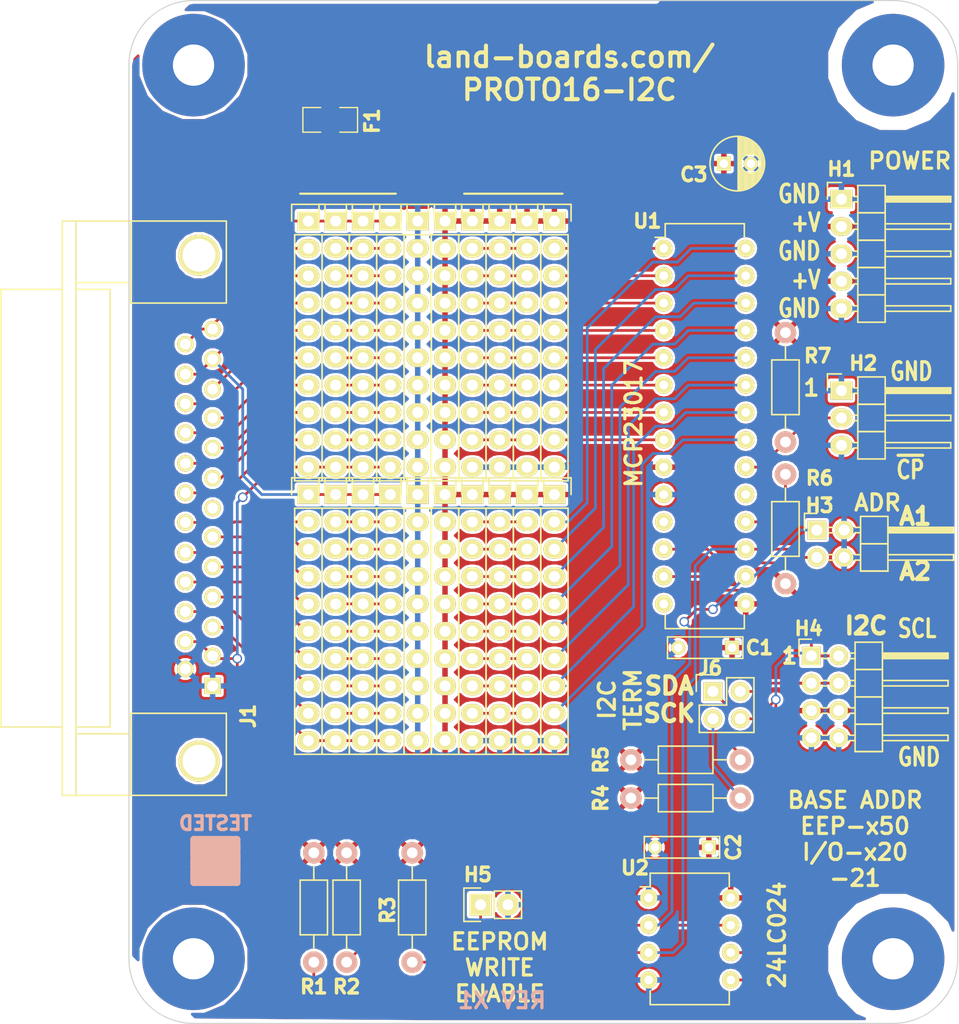
<source format=kicad_pcb>
(kicad_pcb (version 4) (host pcbnew "(after 2015-mar-04 BZR unknown)-product")
  (title_block (title "8-Channel Opto-Isolated Output I2C") (rev X1) (company land-boards.com))
  (layers (0 F.Cu signal) (31 B.Cu signal) (36 B.SilkS user) (37 F.SilkS user) (38 B.Mask user) (39 F.Mask user) (44 Edge.Cuts user))
  (net 0 "")
  (net 1 /A1)
  (net 2 /A2)
  (net 3 /SCL)
  (net 4 /SDA)
  (net 5 GND)
  (net 6 /RST)
  (net 7 "Net-(J6-Pad1)")
  (net 8 "Net-(J6-Pad3)")
  (net 9 /INT1)
  (net 10 "Net-(J5-Pad1)")
  (net 11 "Net-(P1-Pad2)")
  (net 12 "Net-(P1-Pad3)")
  (net 13 "Net-(P1-Pad4)")
  (net 14 "Net-(P1-Pad5)")
  (net 15 "Net-(P1-Pad6)")
  (net 16 "Net-(P1-Pad7)")
  (net 17 "Net-(P1-Pad8)")
  (net 18 "Net-(P1-Pad9)")
  (net 19 +5V)
  (net 20 "Net-(J7-Pad3)")
  (net 21 "Net-(J7-Pad4)")
  (net 22 "Net-(J7-Pad5)")
  (net 23 "Net-(J7-Pad6)")
  (net 24 "Net-(J7-Pad8)")
  (net 25 "Net-(J7-Pad9)")
  (net 26 "Net-(J7-Pad10)")
  (net 27 "Net-(J7-Pad11)")
  (net 28 "Net-(J7-Pad12)")
  (net 29 "Net-(J7-Pad15)")
  (net 30 "Net-(J7-Pad16)")
  (net 31 "Net-(J7-Pad17)")
  (net 32 "Net-(J7-Pad18)")
  (net 33 "Net-(J7-Pad19)")
  (net 34 "Net-(J7-Pad20)")
  (net 35 "Net-(J7-Pad21)")
  (net 36 "Net-(J7-Pad22)")
  (net 37 "Net-(J7-Pad23)")
  (net 38 "Net-(P10-Pad2)")
  (net 39 "Net-(P10-Pad3)")
  (net 40 "Net-(P10-Pad4)")
  (net 41 "Net-(P10-Pad5)")
  (net 42 "Net-(P10-Pad6)")
  (net 43 "Net-(P10-Pad7)")
  (net 44 "Net-(P10-Pad8)")
  (net 45 "Net-(P10-Pad9)")
  (net 46 "Net-(P11-Pad2)")
  (net 47 "Net-(P11-Pad3)")
  (net 48 "Net-(P11-Pad4)")
  (net 49 "Net-(P11-Pad5)")
  (net 50 "Net-(P11-Pad6)")
  (net 51 "Net-(P11-Pad7)")
  (net 52 "Net-(P11-Pad8)")
  (net 53 "Net-(P11-Pad9)")
  (net 54 "Net-(P12-Pad2)")
  (net 55 "Net-(P12-Pad3)")
  (net 56 "Net-(P12-Pad4)")
  (net 57 "Net-(P12-Pad5)")
  (net 58 "Net-(P12-Pad6)")
  (net 59 "Net-(P12-Pad7)")
  (net 60 "Net-(P12-Pad8)")
  (net 61 "Net-(P12-Pad9)")
  (net 62 "Net-(F1-Pad2)")
  (net 63 "Net-(P19-Pad2)")
  (net 64 "Net-(P19-Pad3)")
  (net 65 "Net-(P19-Pad4)")
  (net 66 "Net-(P19-Pad5)")
  (net 67 "Net-(P19-Pad6)")
  (net 68 "Net-(P19-Pad7)")
  (net 69 "Net-(P19-Pad8)")
  (net 70 "Net-(P19-Pad9)")
  (net 71 "Net-(P20-Pad2)")
  (net 72 "Net-(P20-Pad3)")
  (net 73 "Net-(P20-Pad4)")
  (net 74 "Net-(P20-Pad5)")
  (net 75 "Net-(P20-Pad6)")
  (net 76 "Net-(P20-Pad7)")
  (net 77 "Net-(P20-Pad8)")
  (net 78 "Net-(P20-Pad9)")
  (module MTG-6-32 (layer F.Cu) (at 16 16 180)
    (fp_text reference MTG4 hide)
    (fp_text value MTG_HOLE hide)
    (pad 1 thru_hole circle (at 0 0 180) (size 9.525 9.525) (drill 3.8354) (layers *.Cu *.Mask) (clearance 1.27))
  )
  (module MTG-6-32 (layer F.Cu) (at 81 16 180)
    (fp_text reference MTG3 hide)
    (fp_text value MTG_HOLE hide)
    (pad 1 thru_hole circle (at 0 0 180) (size 9.525 9.525) (drill 3.8354) (layers *.Cu *.Mask) (clearance 1.27))
  )
  (module MTG-6-32 (layer F.Cu) (at 16 99 180)
    (fp_text reference MTG2 hide)
    (fp_text value MTG_HOLE hide)
    (pad 1 thru_hole circle (at 0 0 180) (size 9.525 9.525) (drill 3.8354) (layers *.Cu *.Mask) (clearance 1.27))
  )
  (module MTG-6-32 (layer F.Cu) (at 81 99 180)
    (fp_text reference MTG1 hide)
    (fp_text value MTG_HOLE hide)
    (pad 1 thru_hole circle (at 0 0 180) (size 9.525 9.525) (drill 3.8354) (layers *.Cu *.Mask) (clearance 1.27))
  )
  (module SM1206 (layer F.Cu) (at 28.702 21.082 180)
    (fp_text reference F1 (at -3.902 -0.114 270) (layer F.SilkS) (effects (font (size 1.27 1.27) (thickness 0.3175))))
    (fp_text value FUSE hide)
    (pad 1 smd rect (at -1.651 0 180) (size 1.524 2.032) (layers F.Cu F.Mask) (net 19 +5V))
    (pad 2 smd rect (at 1.651 0 180) (size 1.524 2.032) (layers F.Cu F.Mask) (net 62 "Net-(F1-Pad2)"))
  )
  (module Pin_Headers:Pin_Header_Straight_1x02 (layer F.Cu) (at 42.672 93.98 90)
    (fp_text reference H5 (at 2.794 -0.254 180) (layer F.SilkS) (effects (font (size 1.27 1.27) (thickness 0.3175))))
    (fp_text value CONN_01X02 hide)
    (pad 1 thru_hole rect (at 0 0 90) (size 2.032 2.032) (drill 1.016) (layers *.Cu *.Mask F.SilkS) (net 10 "Net-(J5-Pad1)"))
    (pad 2 thru_hole oval (at 0 2.54 90) (size 2.032 2.032) (drill 1.016) (layers *.Cu *.Mask F.SilkS) (net 5 GND))
  )
  (module Capacitors_ThroughHole:C_Rect_L7_W2_P5 (layer F.Cu) (at 66.04 70.104 180)
    (fp_text reference C1 (at -2.54 0 180) (layer F.SilkS) (effects (font (size 1.27 1.27) (thickness 0.3175))))
    (fp_text value 0.1uF hide)
    (pad 1 thru_hole rect (at 0 0 180) (size 1.3 1.3) (drill 0.8) (layers *.Cu *.Mask F.SilkS) (net 19 +5V))
    (pad 2 thru_hole circle (at 5 0 180) (size 1.3 1.3) (drill 0.8) (layers *.Cu *.Mask F.SilkS) (net 5 GND))
  )
  (module Capacitors_ThroughHole:C_Rect_L7_W2_P5 (layer F.Cu) (at 63.881 88.646 180)
    (fp_text reference C2 (at -2.286 0 270) (layer F.SilkS) (effects (font (size 1.27 1.27) (thickness 0.3175))))
    (fp_text value 0.1uF hide)
    (pad 1 thru_hole rect (at 0 0 180) (size 1.3 1.3) (drill 0.8) (layers *.Cu *.Mask F.SilkS) (net 19 +5V))
    (pad 2 thru_hole circle (at 5 0 180) (size 1.3 1.3) (drill 0.8) (layers *.Cu *.Mask F.SilkS) (net 5 GND))
  )
  (module Housings_DIP:DIP-28_W7.62mm (layer F.Cu) (at 59.69 33.02)
    (fp_text reference U1 (at -1.524 -2.54) (layer F.SilkS) (effects (font (size 1.27 1.27) (thickness 0.3175))))
    (fp_text value MCP23017P hide)
    (pad 1 thru_hole oval (at 0 0) (size 1.6 1.6) (drill 0.8) (layers *.Cu *.Mask F.SilkS) (net 71 "Net-(P20-Pad2)"))
    (pad 2 thru_hole oval (at 0 2.54) (size 1.6 1.6) (drill 0.8) (layers *.Cu *.Mask F.SilkS) (net 72 "Net-(P20-Pad3)"))
    (pad 3 thru_hole oval (at 0 5.08) (size 1.6 1.6) (drill 0.8) (layers *.Cu *.Mask F.SilkS) (net 73 "Net-(P20-Pad4)"))
    (pad 4 thru_hole oval (at 0 7.62) (size 1.6 1.6) (drill 0.8) (layers *.Cu *.Mask F.SilkS) (net 74 "Net-(P20-Pad5)"))
    (pad 5 thru_hole oval (at 0 10.16) (size 1.6 1.6) (drill 0.8) (layers *.Cu *.Mask F.SilkS) (net 75 "Net-(P20-Pad6)"))
    (pad 6 thru_hole oval (at 0 12.7) (size 1.6 1.6) (drill 0.8) (layers *.Cu *.Mask F.SilkS) (net 76 "Net-(P20-Pad7)"))
    (pad 7 thru_hole oval (at 0 15.24) (size 1.6 1.6) (drill 0.8) (layers *.Cu *.Mask F.SilkS) (net 77 "Net-(P20-Pad8)"))
    (pad 8 thru_hole oval (at 0 17.78) (size 1.6 1.6) (drill 0.8) (layers *.Cu *.Mask F.SilkS) (net 78 "Net-(P20-Pad9)"))
    (pad 9 thru_hole oval (at 0 20.32) (size 1.6 1.6) (drill 0.8) (layers *.Cu *.Mask F.SilkS) (net 19 +5V))
    (pad 10 thru_hole oval (at 0 22.86) (size 1.6 1.6) (drill 0.8) (layers *.Cu *.Mask F.SilkS) (net 5 GND))
    (pad 11 thru_hole oval (at 0 25.4) (size 1.6 1.6) (drill 0.8) (layers *.Cu *.Mask F.SilkS))
    (pad 12 thru_hole oval (at 0 27.94) (size 1.6 1.6) (drill 0.8) (layers *.Cu *.Mask F.SilkS) (net 3 /SCL))
    (pad 13 thru_hole oval (at 0 30.48) (size 1.6 1.6) (drill 0.8) (layers *.Cu *.Mask F.SilkS) (net 4 /SDA))
    (pad 14 thru_hole oval (at 0 33.02) (size 1.6 1.6) (drill 0.8) (layers *.Cu *.Mask F.SilkS))
    (pad 15 thru_hole oval (at 7.62 33.02) (size 1.6 1.6) (drill 0.8) (layers *.Cu *.Mask F.SilkS) (net 19 +5V))
    (pad 16 thru_hole oval (at 7.62 30.48) (size 1.6 1.6) (drill 0.8) (layers *.Cu *.Mask F.SilkS) (net 1 /A1))
    (pad 17 thru_hole oval (at 7.62 27.94) (size 1.6 1.6) (drill 0.8) (layers *.Cu *.Mask F.SilkS) (net 2 /A2))
    (pad 18 thru_hole oval (at 7.62 25.4) (size 1.6 1.6) (drill 0.8) (layers *.Cu *.Mask F.SilkS) (net 6 /RST))
    (pad 19 thru_hole oval (at 7.62 22.86) (size 1.6 1.6) (drill 0.8) (layers *.Cu *.Mask F.SilkS))
    (pad 20 thru_hole oval (at 7.62 20.32) (size 1.6 1.6) (drill 0.8) (layers *.Cu *.Mask F.SilkS) (net 9 /INT1))
    (pad 21 thru_hole oval (at 7.62 17.78) (size 1.6 1.6) (drill 0.8) (layers *.Cu *.Mask F.SilkS) (net 70 "Net-(P19-Pad9)"))
    (pad 22 thru_hole oval (at 7.62 15.24) (size 1.6 1.6) (drill 0.8) (layers *.Cu *.Mask F.SilkS) (net 69 "Net-(P19-Pad8)"))
    (pad 23 thru_hole oval (at 7.62 12.7) (size 1.6 1.6) (drill 0.8) (layers *.Cu *.Mask F.SilkS) (net 68 "Net-(P19-Pad7)"))
    (pad 24 thru_hole oval (at 7.62 10.16) (size 1.6 1.6) (drill 0.8) (layers *.Cu *.Mask F.SilkS) (net 67 "Net-(P19-Pad6)"))
    (pad 25 thru_hole oval (at 7.62 7.62) (size 1.6 1.6) (drill 0.8) (layers *.Cu *.Mask F.SilkS) (net 66 "Net-(P19-Pad5)"))
    (pad 26 thru_hole oval (at 7.62 5.08) (size 1.6 1.6) (drill 0.8) (layers *.Cu *.Mask F.SilkS) (net 65 "Net-(P19-Pad4)"))
    (pad 27 thru_hole oval (at 7.62 2.54) (size 1.6 1.6) (drill 0.8) (layers *.Cu *.Mask F.SilkS) (net 64 "Net-(P19-Pad3)"))
    (pad 28 thru_hole oval (at 7.62 0) (size 1.6 1.6) (drill 0.8) (layers *.Cu *.Mask F.SilkS) (net 63 "Net-(P19-Pad2)"))
  )
  (module Housings_DIP:DIP-8_W7.62mm (layer F.Cu) (at 58.293 93.345)
    (fp_text reference U2 (at -1.27 -2.794) (layer F.SilkS) (effects (font (size 1.27 1.27) (thickness 0.3175))))
    (fp_text value 24C01 hide)
    (pad 1 thru_hole oval (at 0 0) (size 1.6 1.6) (drill 0.8) (layers *.Cu *.Mask F.SilkS) (net 5 GND))
    (pad 2 thru_hole oval (at 0 2.54) (size 1.6 1.6) (drill 0.8) (layers *.Cu *.Mask F.SilkS) (net 1 /A1))
    (pad 3 thru_hole oval (at 0 5.08) (size 1.6 1.6) (drill 0.8) (layers *.Cu *.Mask F.SilkS) (net 2 /A2))
    (pad 4 thru_hole oval (at 0 7.62) (size 1.6 1.6) (drill 0.8) (layers *.Cu *.Mask F.SilkS) (net 5 GND))
    (pad 5 thru_hole oval (at 7.62 7.62) (size 1.6 1.6) (drill 0.8) (layers *.Cu *.Mask F.SilkS) (net 4 /SDA))
    (pad 6 thru_hole oval (at 7.62 5.08) (size 1.6 1.6) (drill 0.8) (layers *.Cu *.Mask F.SilkS) (net 3 /SCL))
    (pad 7 thru_hole oval (at 7.62 2.54) (size 1.6 1.6) (drill 0.8) (layers *.Cu *.Mask F.SilkS) (net 10 "Net-(J5-Pad1)"))
    (pad 8 thru_hole oval (at 7.62 0) (size 1.6 1.6) (drill 0.8) (layers *.Cu *.Mask F.SilkS) (net 19 +5V))
  )
  (module Pin_Headers:Pin_Header_Angled_2x04 (layer F.Cu) (at 73.406 70.866)
    (fp_text reference H4 (at -0.254 -2.54) (layer F.SilkS) (effects (font (size 1.27 1.27) (thickness 0.3175))))
    (fp_text value CONN_02X04 hide)
    (pad 1 thru_hole rect (at 0 0) (size 1.7272 1.7272) (drill 1.016) (layers *.Cu *.Mask F.SilkS) (net 3 /SCL))
    (pad 2 thru_hole oval (at 2.54 0) (size 1.7272 1.7272) (drill 1.016) (layers *.Cu *.Mask F.SilkS) (net 3 /SCL))
    (pad 3 thru_hole oval (at 0 2.54) (size 1.7272 1.7272) (drill 1.016) (layers *.Cu *.Mask F.SilkS) (net 4 /SDA))
    (pad 4 thru_hole oval (at 2.54 2.54) (size 1.7272 1.7272) (drill 1.016) (layers *.Cu *.Mask F.SilkS) (net 4 /SDA))
    (pad 5 thru_hole oval (at 0 5.08) (size 1.7272 1.7272) (drill 1.016) (layers *.Cu *.Mask F.SilkS) (net 19 +5V))
    (pad 6 thru_hole oval (at 2.54 5.08) (size 1.7272 1.7272) (drill 1.016) (layers *.Cu *.Mask F.SilkS) (net 19 +5V))
    (pad 7 thru_hole oval (at 0 7.62) (size 1.7272 1.7272) (drill 1.016) (layers *.Cu *.Mask F.SilkS) (net 5 GND))
    (pad 8 thru_hole oval (at 2.54 7.62) (size 1.7272 1.7272) (drill 1.016) (layers *.Cu *.Mask F.SilkS) (net 5 GND))
  )
  (module Pin_Headers:Pin_Header_Angled_1x05 (layer F.Cu) (at 76.2 28.448)
    (fp_text reference H1 (at 0 -2.794) (layer F.SilkS) (effects (font (size 1.27 1.27) (thickness 0.3175))))
    (fp_text value CONN_01X05 hide)
    (pad 1 thru_hole rect (at 0 0) (size 2.032 1.7272) (drill 1.016) (layers *.Cu *.Mask F.SilkS) (net 5 GND))
    (pad 2 thru_hole oval (at 0 2.54) (size 2.032 1.7272) (drill 1.016) (layers *.Cu *.Mask F.SilkS) (net 19 +5V))
    (pad 3 thru_hole oval (at 0 5.08) (size 2.032 1.7272) (drill 1.016) (layers *.Cu *.Mask F.SilkS) (net 5 GND))
    (pad 4 thru_hole oval (at 0 7.62) (size 2.032 1.7272) (drill 1.016) (layers *.Cu *.Mask F.SilkS) (net 19 +5V))
    (pad 5 thru_hole oval (at 0 10.16) (size 2.032 1.7272) (drill 1.016) (layers *.Cu *.Mask F.SilkS) (net 5 GND))
  )
  (module Resistors_ThroughHole:Resistor_Horizontal_RM10mm (layer F.Cu) (at 66.802 80.518 180)
    (fp_text reference R5 (at 12.954 0 270) (layer F.SilkS) (effects (font (size 1.27 1.27) (thickness 0.3175))))
    (fp_text value 2.2K hide)
    (pad 1 thru_hole circle (at 0 0 180) (size 1.99898 1.99898) (drill 1.00076) (layers *.Cu *.SilkS *.Mask) (net 7 "Net-(J6-Pad1)"))
    (pad 2 thru_hole circle (at 10.16 0 180) (size 1.99898 1.99898) (drill 1.00076) (layers *.Cu *.SilkS *.Mask) (net 19 +5V))
  )
  (module Resistors_ThroughHole:Resistor_Horizontal_RM10mm (layer F.Cu) (at 66.802 84.074 180)
    (fp_text reference R4 (at 12.954 0 270) (layer F.SilkS) (effects (font (size 1.27 1.27) (thickness 0.3175))))
    (fp_text value 2.2K hide)
    (pad 1 thru_hole circle (at 0 0 180) (size 1.99898 1.99898) (drill 1.00076) (layers *.Cu *.SilkS *.Mask) (net 8 "Net-(J6-Pad3)"))
    (pad 2 thru_hole circle (at 10.16 0 180) (size 1.99898 1.99898) (drill 1.00076) (layers *.Cu *.SilkS *.Mask) (net 19 +5V))
  )
  (module Resistors_ThroughHole:Resistor_Horizontal_RM10mm (layer F.Cu) (at 71 51 90)
    (fp_text reference R7 (at 8 3 180) (layer F.SilkS) (effects (font (size 1.27 1.27) (thickness 0.3175))))
    (fp_text value 10K hide)
    (pad 1 thru_hole circle (at 0 0 90) (size 1.99898 1.99898) (drill 1.00076) (layers *.Cu *.SilkS *.Mask) (net 9 /INT1))
    (pad 2 thru_hole circle (at 10.16 0 90) (size 1.99898 1.99898) (drill 1.00076) (layers *.Cu *.SilkS *.Mask) (net 19 +5V))
  )
  (module Resistors_ThroughHole:Resistor_Horizontal_RM10mm (layer F.Cu) (at 71 54 270)
    (fp_text reference R6 (at 0.356 -3.168 360) (layer F.SilkS) (effects (font (size 1.27 1.27) (thickness 0.3175))))
    (fp_text value 10K hide)
    (pad 1 thru_hole circle (at 0 0 270) (size 1.99898 1.99898) (drill 1.00076) (layers *.Cu *.SilkS *.Mask) (net 6 /RST))
    (pad 2 thru_hole circle (at 10.16 0 270) (size 1.99898 1.99898) (drill 1.00076) (layers *.Cu *.SilkS *.Mask) (net 19 +5V))
  )
  (module Resistors_ThroughHole:Resistor_Horizontal_RM10mm (layer F.Cu) (at 36.322 99.314 90)
    (fp_text reference R3 (at 4.826 -2.286 90) (layer F.SilkS) (effects (font (size 1.27 1.27) (thickness 0.3175))))
    (fp_text value 1K hide)
    (pad 1 thru_hole circle (at 0 0 90) (size 1.99898 1.99898) (drill 1.00076) (layers *.Cu *.SilkS *.Mask) (net 10 "Net-(J5-Pad1)"))
    (pad 2 thru_hole circle (at 10.16 0 90) (size 1.99898 1.99898) (drill 1.00076) (layers *.Cu *.SilkS *.Mask) (net 19 +5V))
  )
  (module Resistors_ThroughHole:Resistor_Horizontal_RM10mm (layer F.Cu) (at 27.178 99.314 90)
    (fp_text reference R1 (at -2.286 0 180) (layer F.SilkS) (effects (font (size 1.27 1.27) (thickness 0.3175))))
    (fp_text value 10K hide)
    (pad 1 thru_hole circle (at 0 0 90) (size 1.99898 1.99898) (drill 1.00076) (layers *.Cu *.SilkS *.Mask) (net 2 /A2))
    (pad 2 thru_hole circle (at 10.16 0 90) (size 1.99898 1.99898) (drill 1.00076) (layers *.Cu *.SilkS *.Mask) (net 19 +5V))
  )
  (module Resistors_ThroughHole:Resistor_Horizontal_RM10mm (layer F.Cu) (at 30.226 99.314 90)
    (fp_text reference R2 (at -2.286 0 180) (layer F.SilkS) (effects (font (size 1.27 1.27) (thickness 0.3175))))
    (fp_text value 10K hide)
    (pad 1 thru_hole circle (at 0 0 90) (size 1.99898 1.99898) (drill 1.00076) (layers *.Cu *.SilkS *.Mask) (net 1 /A1))
    (pad 2 thru_hole circle (at 10.16 0 90) (size 1.99898 1.99898) (drill 1.00076) (layers *.Cu *.SilkS *.Mask) (net 19 +5V))
  )
  (module Pin_Headers:Pin_Header_Angled_2x02 (layer F.Cu) (at 73.914 59.182)
    (fp_text reference H3 (at 0.254 -2.286) (layer F.SilkS) (effects (font (size 1.27 1.27) (thickness 0.3175))))
    (fp_text value CONN_02X02 hide)
    (pad 1 thru_hole rect (at 0 0) (size 1.7272 1.7272) (drill 1.016) (layers *.Cu *.Mask F.SilkS) (net 1 /A1))
    (pad 2 thru_hole oval (at 2.54 0) (size 1.7272 1.7272) (drill 1.016) (layers *.Cu *.Mask F.SilkS) (net 5 GND))
    (pad 3 thru_hole oval (at 0 2.54) (size 1.7272 1.7272) (drill 1.016) (layers *.Cu *.Mask F.SilkS) (net 2 /A2))
    (pad 4 thru_hole oval (at 2.54 2.54) (size 1.7272 1.7272) (drill 1.016) (layers *.Cu *.Mask F.SilkS) (net 5 GND))
  )
  (module Pin_Headers:Pin_Header_Straight_2x02 (layer F.Cu) (at 64.262 74.168)
    (fp_text reference J6 (at -0.262 -2.168) (layer F.SilkS) (effects (font (size 1.27 1.27) (thickness 0.3175))))
    (fp_text value CONN_02X02 hide)
    (pad 1 thru_hole rect (at 0 0) (size 1.7272 1.7272) (drill 1.016) (layers *.Cu *.Mask F.SilkS) (net 7 "Net-(J6-Pad1)"))
    (pad 2 thru_hole oval (at 2.54 0) (size 1.7272 1.7272) (drill 1.016) (layers *.Cu *.Mask F.SilkS) (net 4 /SDA))
    (pad 3 thru_hole oval (at 0 2.54) (size 1.7272 1.7272) (drill 1.016) (layers *.Cu *.Mask F.SilkS) (net 8 "Net-(J6-Pad3)"))
    (pad 4 thru_hole oval (at 2.54 2.54) (size 1.7272 1.7272) (drill 1.016) (layers *.Cu *.Mask F.SilkS) (net 3 /SCL))
  )
  (module Capacitors_ThroughHole:C_Radial_D5_L11_P2.5 (layer F.Cu) (at 65.278 25.146)
    (fp_text reference C3 (at -2.794 1.016) (layer F.SilkS) (effects (font (size 1.27 1.27) (thickness 0.3175))))
    (fp_text value 47uF hide)
    (pad 1 thru_hole rect (at 0 0) (size 1.3 1.3) (drill 0.8) (layers *.Cu *.Mask F.SilkS) (net 19 +5V))
    (pad 2 thru_hole circle (at 2.5 0) (size 1.3 1.3) (drill 0.8) (layers *.Cu *.Mask F.SilkS) (net 5 GND))
  )
  (module DougsNewMods:DB25FC (layer F.Cu) (at 16.51 57.15 90)
    (fp_text reference J1 (at -19.304 4.572 90) (layer F.SilkS) (effects (font (size 1.27 1.27) (thickness 0.3175))))
    (fp_text value DB25)
    (pad "" thru_hole circle (at 23.495 0 90) (size 3.81 3.81) (drill 3.048) (layers *.Cu *.Mask F.SilkS))
    (pad "" thru_hole circle (at -23.495 0 90) (size 3.81 3.81) (drill 3.048) (layers *.Cu *.Mask F.SilkS))
    (pad 1 thru_hole rect (at -16.51 1.27 90) (size 1.524 1.524) (drill 1.016) (layers *.Cu *.Mask F.SilkS) (net 5 GND))
    (pad 2 thru_hole circle (at -13.716 1.27 90) (size 1.524 1.524) (drill 1.016) (layers *.Cu *.Mask F.SilkS) (net 29 "Net-(J7-Pad15)"))
    (pad 3 thru_hole circle (at -11.049 1.27 90) (size 1.524 1.524) (drill 1.016) (layers *.Cu *.Mask F.SilkS) (net 20 "Net-(J7-Pad3)"))
    (pad 4 thru_hole circle (at -8.255 1.27 90) (size 1.524 1.524) (drill 1.016) (layers *.Cu *.Mask F.SilkS) (net 21 "Net-(J7-Pad4)"))
    (pad 5 thru_hole circle (at -5.461 1.27 90) (size 1.524 1.524) (drill 1.016) (layers *.Cu *.Mask F.SilkS) (net 22 "Net-(J7-Pad5)"))
    (pad 6 thru_hole circle (at -2.667 1.27 90) (size 1.524 1.524) (drill 1.016) (layers *.Cu *.Mask F.SilkS) (net 23 "Net-(J7-Pad6)"))
    (pad 7 thru_hole circle (at 0 1.27 90) (size 1.524 1.524) (drill 1.016) (layers *.Cu *.Mask F.SilkS))
    (pad 8 thru_hole circle (at 2.794 1.27 90) (size 1.524 1.524) (drill 1.016) (layers *.Cu *.Mask F.SilkS) (net 24 "Net-(J7-Pad8)"))
    (pad 9 thru_hole circle (at 5.588 1.27 90) (size 1.524 1.524) (drill 1.016) (layers *.Cu *.Mask F.SilkS) (net 25 "Net-(J7-Pad9)"))
    (pad 10 thru_hole circle (at 8.382 1.27 90) (size 1.524 1.524) (drill 1.016) (layers *.Cu *.Mask F.SilkS) (net 26 "Net-(J7-Pad10)"))
    (pad 11 thru_hole circle (at 11.049 1.27 90) (size 1.524 1.524) (drill 1.016) (layers *.Cu *.Mask F.SilkS) (net 27 "Net-(J7-Pad11)"))
    (pad 12 thru_hole circle (at 13.843 1.27 90) (size 1.524 1.524) (drill 1.016) (layers *.Cu *.Mask F.SilkS) (net 28 "Net-(J7-Pad12)"))
    (pad 13 thru_hole circle (at 16.637 1.27 90) (size 1.524 1.524) (drill 1.016) (layers *.Cu *.Mask F.SilkS) (net 62 "Net-(F1-Pad2)"))
    (pad 14 thru_hole circle (at -14.9352 -1.27 90) (size 1.524 1.524) (drill 1.016) (layers *.Cu *.Mask F.SilkS) (net 5 GND))
    (pad 15 thru_hole circle (at -12.3952 -1.27 90) (size 1.524 1.524) (drill 1.016) (layers *.Cu *.Mask F.SilkS) (net 29 "Net-(J7-Pad15)"))
    (pad 16 thru_hole circle (at -9.6012 -1.27 90) (size 1.524 1.524) (drill 1.016) (layers *.Cu *.Mask F.SilkS) (net 30 "Net-(J7-Pad16)"))
    (pad 17 thru_hole circle (at -6.858 -1.27 90) (size 1.524 1.524) (drill 1.016) (layers *.Cu *.Mask F.SilkS) (net 31 "Net-(J7-Pad17)"))
    (pad 18 thru_hole circle (at -4.1148 -1.27 90) (size 1.524 1.524) (drill 1.016) (layers *.Cu *.Mask F.SilkS) (net 32 "Net-(J7-Pad18)"))
    (pad 19 thru_hole circle (at -1.3208 -1.27 90) (size 1.524 1.524) (drill 1.016) (layers *.Cu *.Mask F.SilkS) (net 33 "Net-(J7-Pad19)"))
    (pad 20 thru_hole circle (at 1.4224 -1.27 90) (size 1.524 1.524) (drill 1.016) (layers *.Cu *.Mask F.SilkS) (net 34 "Net-(J7-Pad20)"))
    (pad 21 thru_hole circle (at 4.1656 -1.27 90) (size 1.524 1.524) (drill 1.016) (layers *.Cu *.Mask F.SilkS) (net 35 "Net-(J7-Pad21)"))
    (pad 22 thru_hole circle (at 7.0104 -1.27 90) (size 1.524 1.524) (drill 1.016) (layers *.Cu *.Mask F.SilkS) (net 36 "Net-(J7-Pad22)"))
    (pad 23 thru_hole circle (at 9.7028 -1.27 90) (size 1.524 1.524) (drill 1.016) (layers *.Cu *.Mask F.SilkS) (net 37 "Net-(J7-Pad23)"))
    (pad 24 thru_hole circle (at 12.446 -1.27 90) (size 1.524 1.524) (drill 1.016) (layers *.Cu *.Mask F.SilkS) (net 28 "Net-(J7-Pad12)"))
    (pad 25 thru_hole circle (at 15.24 -1.27 90) (size 1.524 1.524) (drill 1.016) (layers *.Cu *.Mask F.SilkS) (net 62 "Net-(F1-Pad2)"))
  )
  (module Pin_Headers:Pin_Header_Straight_1x10 (layer F.Cu) (at 41.91 30.48)
    (fp_text reference P1 hide)
    (fp_text value CONN_01X10 hide)
    (pad 1 thru_hole rect (at 0 0) (size 2.032 1.7272) (drill 1.016) (layers *.Cu *.Mask F.SilkS) (net 19 +5V))
    (pad 2 thru_hole oval (at 0 2.54) (size 2.032 1.7272) (drill 1.016) (layers *.Cu *.Mask F.SilkS) (net 11 "Net-(P1-Pad2)"))
    (pad 3 thru_hole oval (at 0 5.08) (size 2.032 1.7272) (drill 1.016) (layers *.Cu *.Mask F.SilkS) (net 12 "Net-(P1-Pad3)"))
    (pad 4 thru_hole oval (at 0 7.62) (size 2.032 1.7272) (drill 1.016) (layers *.Cu *.Mask F.SilkS) (net 13 "Net-(P1-Pad4)"))
    (pad 5 thru_hole oval (at 0 10.16) (size 2.032 1.7272) (drill 1.016) (layers *.Cu *.Mask F.SilkS) (net 14 "Net-(P1-Pad5)"))
    (pad 6 thru_hole oval (at 0 12.7) (size 2.032 1.7272) (drill 1.016) (layers *.Cu *.Mask F.SilkS) (net 15 "Net-(P1-Pad6)"))
    (pad 7 thru_hole oval (at 0 15.24) (size 2.032 1.7272) (drill 1.016) (layers *.Cu *.Mask F.SilkS) (net 16 "Net-(P1-Pad7)"))
    (pad 8 thru_hole oval (at 0 17.78) (size 2.032 1.7272) (drill 1.016) (layers *.Cu *.Mask F.SilkS) (net 17 "Net-(P1-Pad8)"))
    (pad 9 thru_hole oval (at 0 20.32) (size 2.032 1.7272) (drill 1.016) (layers *.Cu *.Mask F.SilkS) (net 18 "Net-(P1-Pad9)"))
    (pad 10 thru_hole oval (at 0 22.86) (size 2.032 1.7272) (drill 1.016) (layers *.Cu *.Mask F.SilkS) (net 5 GND))
  )
  (module Pin_Headers:Pin_Header_Straight_1x10 (layer F.Cu) (at 44.45 55.88)
    (fp_text reference P99 hide)
    (fp_text value CONN_01X10 hide)
    (pad 1 thru_hole rect (at 0 0) (size 2.032 1.7272) (drill 1.016) (layers *.Cu *.Mask F.SilkS) (net 19 +5V))
    (pad 2 thru_hole oval (at 0 2.54) (size 2.032 1.7272) (drill 1.016) (layers *.Cu *.Mask F.SilkS) (net 38 "Net-(P10-Pad2)"))
    (pad 3 thru_hole oval (at 0 5.08) (size 2.032 1.7272) (drill 1.016) (layers *.Cu *.Mask F.SilkS) (net 39 "Net-(P10-Pad3)"))
    (pad 4 thru_hole oval (at 0 7.62) (size 2.032 1.7272) (drill 1.016) (layers *.Cu *.Mask F.SilkS) (net 40 "Net-(P10-Pad4)"))
    (pad 5 thru_hole oval (at 0 10.16) (size 2.032 1.7272) (drill 1.016) (layers *.Cu *.Mask F.SilkS) (net 41 "Net-(P10-Pad5)"))
    (pad 6 thru_hole oval (at 0 12.7) (size 2.032 1.7272) (drill 1.016) (layers *.Cu *.Mask F.SilkS) (net 42 "Net-(P10-Pad6)"))
    (pad 7 thru_hole oval (at 0 15.24) (size 2.032 1.7272) (drill 1.016) (layers *.Cu *.Mask F.SilkS) (net 43 "Net-(P10-Pad7)"))
    (pad 8 thru_hole oval (at 0 17.78) (size 2.032 1.7272) (drill 1.016) (layers *.Cu *.Mask F.SilkS) (net 44 "Net-(P10-Pad8)"))
    (pad 9 thru_hole oval (at 0 20.32) (size 2.032 1.7272) (drill 1.016) (layers *.Cu *.Mask F.SilkS) (net 45 "Net-(P10-Pad9)"))
    (pad 10 thru_hole oval (at 0 22.86) (size 2.032 1.7272) (drill 1.016) (layers *.Cu *.Mask F.SilkS) (net 5 GND))
  )
  (module Pin_Headers:Pin_Header_Straight_1x10 (layer F.Cu) (at 46.99 30.48)
    (fp_text reference P3 hide)
    (fp_text value CONN_01X10 hide)
    (pad 1 thru_hole rect (at 0 0) (size 2.032 1.7272) (drill 1.016) (layers *.Cu *.Mask F.SilkS) (net 19 +5V))
    (pad 2 thru_hole oval (at 0 2.54) (size 2.032 1.7272) (drill 1.016) (layers *.Cu *.Mask F.SilkS) (net 11 "Net-(P1-Pad2)"))
    (pad 3 thru_hole oval (at 0 5.08) (size 2.032 1.7272) (drill 1.016) (layers *.Cu *.Mask F.SilkS) (net 12 "Net-(P1-Pad3)"))
    (pad 4 thru_hole oval (at 0 7.62) (size 2.032 1.7272) (drill 1.016) (layers *.Cu *.Mask F.SilkS) (net 13 "Net-(P1-Pad4)"))
    (pad 5 thru_hole oval (at 0 10.16) (size 2.032 1.7272) (drill 1.016) (layers *.Cu *.Mask F.SilkS) (net 14 "Net-(P1-Pad5)"))
    (pad 6 thru_hole oval (at 0 12.7) (size 2.032 1.7272) (drill 1.016) (layers *.Cu *.Mask F.SilkS) (net 15 "Net-(P1-Pad6)"))
    (pad 7 thru_hole oval (at 0 15.24) (size 2.032 1.7272) (drill 1.016) (layers *.Cu *.Mask F.SilkS) (net 16 "Net-(P1-Pad7)"))
    (pad 8 thru_hole oval (at 0 17.78) (size 2.032 1.7272) (drill 1.016) (layers *.Cu *.Mask F.SilkS) (net 17 "Net-(P1-Pad8)"))
    (pad 9 thru_hole oval (at 0 20.32) (size 2.032 1.7272) (drill 1.016) (layers *.Cu *.Mask F.SilkS) (net 18 "Net-(P1-Pad9)"))
    (pad 10 thru_hole oval (at 0 22.86) (size 2.032 1.7272) (drill 1.016) (layers *.Cu *.Mask F.SilkS) (net 5 GND))
  )
  (module Pin_Headers:Pin_Header_Straight_1x10 (layer F.Cu) (at 46.99 55.88)
    (fp_text reference P4 hide)
    (fp_text value CONN_01X10 hide)
    (pad 1 thru_hole rect (at 0 0) (size 2.032 1.7272) (drill 1.016) (layers *.Cu *.Mask F.SilkS) (net 19 +5V))
    (pad 2 thru_hole oval (at 0 2.54) (size 2.032 1.7272) (drill 1.016) (layers *.Cu *.Mask F.SilkS) (net 38 "Net-(P10-Pad2)"))
    (pad 3 thru_hole oval (at 0 5.08) (size 2.032 1.7272) (drill 1.016) (layers *.Cu *.Mask F.SilkS) (net 39 "Net-(P10-Pad3)"))
    (pad 4 thru_hole oval (at 0 7.62) (size 2.032 1.7272) (drill 1.016) (layers *.Cu *.Mask F.SilkS) (net 40 "Net-(P10-Pad4)"))
    (pad 5 thru_hole oval (at 0 10.16) (size 2.032 1.7272) (drill 1.016) (layers *.Cu *.Mask F.SilkS) (net 41 "Net-(P10-Pad5)"))
    (pad 6 thru_hole oval (at 0 12.7) (size 2.032 1.7272) (drill 1.016) (layers *.Cu *.Mask F.SilkS) (net 42 "Net-(P10-Pad6)"))
    (pad 7 thru_hole oval (at 0 15.24) (size 2.032 1.7272) (drill 1.016) (layers *.Cu *.Mask F.SilkS) (net 43 "Net-(P10-Pad7)"))
    (pad 8 thru_hole oval (at 0 17.78) (size 2.032 1.7272) (drill 1.016) (layers *.Cu *.Mask F.SilkS) (net 44 "Net-(P10-Pad8)"))
    (pad 9 thru_hole oval (at 0 20.32) (size 2.032 1.7272) (drill 1.016) (layers *.Cu *.Mask F.SilkS) (net 45 "Net-(P10-Pad9)"))
    (pad 10 thru_hole oval (at 0 22.86) (size 2.032 1.7272) (drill 1.016) (layers *.Cu *.Mask F.SilkS) (net 5 GND))
  )
  (module Pin_Headers:Pin_Header_Straight_1x10 (layer F.Cu) (at 44.45 30.48)
    (fp_text reference P7 hide)
    (fp_text value CONN_01X10 hide)
    (pad 1 thru_hole rect (at 0 0) (size 2.032 1.7272) (drill 1.016) (layers *.Cu *.Mask F.SilkS) (net 19 +5V))
    (pad 2 thru_hole oval (at 0 2.54) (size 2.032 1.7272) (drill 1.016) (layers *.Cu *.Mask F.SilkS) (net 11 "Net-(P1-Pad2)"))
    (pad 3 thru_hole oval (at 0 5.08) (size 2.032 1.7272) (drill 1.016) (layers *.Cu *.Mask F.SilkS) (net 12 "Net-(P1-Pad3)"))
    (pad 4 thru_hole oval (at 0 7.62) (size 2.032 1.7272) (drill 1.016) (layers *.Cu *.Mask F.SilkS) (net 13 "Net-(P1-Pad4)"))
    (pad 5 thru_hole oval (at 0 10.16) (size 2.032 1.7272) (drill 1.016) (layers *.Cu *.Mask F.SilkS) (net 14 "Net-(P1-Pad5)"))
    (pad 6 thru_hole oval (at 0 12.7) (size 2.032 1.7272) (drill 1.016) (layers *.Cu *.Mask F.SilkS) (net 15 "Net-(P1-Pad6)"))
    (pad 7 thru_hole oval (at 0 15.24) (size 2.032 1.7272) (drill 1.016) (layers *.Cu *.Mask F.SilkS) (net 16 "Net-(P1-Pad7)"))
    (pad 8 thru_hole oval (at 0 17.78) (size 2.032 1.7272) (drill 1.016) (layers *.Cu *.Mask F.SilkS) (net 17 "Net-(P1-Pad8)"))
    (pad 9 thru_hole oval (at 0 20.32) (size 2.032 1.7272) (drill 1.016) (layers *.Cu *.Mask F.SilkS) (net 18 "Net-(P1-Pad9)"))
    (pad 10 thru_hole oval (at 0 22.86) (size 2.032 1.7272) (drill 1.016) (layers *.Cu *.Mask F.SilkS) (net 5 GND))
  )
  (module Pin_Headers:Pin_Header_Straight_1x10 (layer F.Cu) (at 41.91 55.88)
    (fp_text reference P10 hide)
    (fp_text value CONN_01X10 hide)
    (pad 1 thru_hole rect (at 0 0) (size 2.032 1.7272) (drill 1.016) (layers *.Cu *.Mask F.SilkS) (net 19 +5V))
    (pad 2 thru_hole oval (at 0 2.54) (size 2.032 1.7272) (drill 1.016) (layers *.Cu *.Mask F.SilkS) (net 38 "Net-(P10-Pad2)"))
    (pad 3 thru_hole oval (at 0 5.08) (size 2.032 1.7272) (drill 1.016) (layers *.Cu *.Mask F.SilkS) (net 39 "Net-(P10-Pad3)"))
    (pad 4 thru_hole oval (at 0 7.62) (size 2.032 1.7272) (drill 1.016) (layers *.Cu *.Mask F.SilkS) (net 40 "Net-(P10-Pad4)"))
    (pad 5 thru_hole oval (at 0 10.16) (size 2.032 1.7272) (drill 1.016) (layers *.Cu *.Mask F.SilkS) (net 41 "Net-(P10-Pad5)"))
    (pad 6 thru_hole oval (at 0 12.7) (size 2.032 1.7272) (drill 1.016) (layers *.Cu *.Mask F.SilkS) (net 42 "Net-(P10-Pad6)"))
    (pad 7 thru_hole oval (at 0 15.24) (size 2.032 1.7272) (drill 1.016) (layers *.Cu *.Mask F.SilkS) (net 43 "Net-(P10-Pad7)"))
    (pad 8 thru_hole oval (at 0 17.78) (size 2.032 1.7272) (drill 1.016) (layers *.Cu *.Mask F.SilkS) (net 44 "Net-(P10-Pad8)"))
    (pad 9 thru_hole oval (at 0 20.32) (size 2.032 1.7272) (drill 1.016) (layers *.Cu *.Mask F.SilkS) (net 45 "Net-(P10-Pad9)"))
    (pad 10 thru_hole oval (at 0 22.86) (size 2.032 1.7272) (drill 1.016) (layers *.Cu *.Mask F.SilkS) (net 5 GND))
  )
  (module Pin_Headers:Pin_Header_Straight_1x10 (layer F.Cu) (at 31.75 55.88)
    (fp_text reference P11 hide)
    (fp_text value CONN_01X10 hide)
    (pad 1 thru_hole rect (at 0 0) (size 2.032 1.7272) (drill 1.016) (layers *.Cu *.Mask F.SilkS) (net 28 "Net-(J7-Pad12)"))
    (pad 2 thru_hole oval (at 0 2.54) (size 2.032 1.7272) (drill 1.016) (layers *.Cu *.Mask F.SilkS) (net 46 "Net-(P11-Pad2)"))
    (pad 3 thru_hole oval (at 0 5.08) (size 2.032 1.7272) (drill 1.016) (layers *.Cu *.Mask F.SilkS) (net 47 "Net-(P11-Pad3)"))
    (pad 4 thru_hole oval (at 0 7.62) (size 2.032 1.7272) (drill 1.016) (layers *.Cu *.Mask F.SilkS) (net 48 "Net-(P11-Pad4)"))
    (pad 5 thru_hole oval (at 0 10.16) (size 2.032 1.7272) (drill 1.016) (layers *.Cu *.Mask F.SilkS) (net 49 "Net-(P11-Pad5)"))
    (pad 6 thru_hole oval (at 0 12.7) (size 2.032 1.7272) (drill 1.016) (layers *.Cu *.Mask F.SilkS) (net 50 "Net-(P11-Pad6)"))
    (pad 7 thru_hole oval (at 0 15.24) (size 2.032 1.7272) (drill 1.016) (layers *.Cu *.Mask F.SilkS) (net 51 "Net-(P11-Pad7)"))
    (pad 8 thru_hole oval (at 0 17.78) (size 2.032 1.7272) (drill 1.016) (layers *.Cu *.Mask F.SilkS) (net 52 "Net-(P11-Pad8)"))
    (pad 9 thru_hole oval (at 0 20.32) (size 2.032 1.7272) (drill 1.016) (layers *.Cu *.Mask F.SilkS) (net 53 "Net-(P11-Pad9)"))
    (pad 10 thru_hole oval (at 0 22.86) (size 2.032 1.7272) (drill 1.016) (layers *.Cu *.Mask F.SilkS) (net 29 "Net-(J7-Pad15)"))
  )
  (module Pin_Headers:Pin_Header_Straight_1x10 (layer F.Cu) (at 34.29 30.48)
    (fp_text reference P12 hide)
    (fp_text value CONN_01X10 hide)
    (pad 1 thru_hole rect (at 0 0) (size 2.032 1.7272) (drill 1.016) (layers *.Cu *.Mask F.SilkS) (net 28 "Net-(J7-Pad12)"))
    (pad 2 thru_hole oval (at 0 2.54) (size 2.032 1.7272) (drill 1.016) (layers *.Cu *.Mask F.SilkS) (net 54 "Net-(P12-Pad2)"))
    (pad 3 thru_hole oval (at 0 5.08) (size 2.032 1.7272) (drill 1.016) (layers *.Cu *.Mask F.SilkS) (net 55 "Net-(P12-Pad3)"))
    (pad 4 thru_hole oval (at 0 7.62) (size 2.032 1.7272) (drill 1.016) (layers *.Cu *.Mask F.SilkS) (net 56 "Net-(P12-Pad4)"))
    (pad 5 thru_hole oval (at 0 10.16) (size 2.032 1.7272) (drill 1.016) (layers *.Cu *.Mask F.SilkS) (net 57 "Net-(P12-Pad5)"))
    (pad 6 thru_hole oval (at 0 12.7) (size 2.032 1.7272) (drill 1.016) (layers *.Cu *.Mask F.SilkS) (net 58 "Net-(P12-Pad6)"))
    (pad 7 thru_hole oval (at 0 15.24) (size 2.032 1.7272) (drill 1.016) (layers *.Cu *.Mask F.SilkS) (net 59 "Net-(P12-Pad7)"))
    (pad 8 thru_hole oval (at 0 17.78) (size 2.032 1.7272) (drill 1.016) (layers *.Cu *.Mask F.SilkS) (net 60 "Net-(P12-Pad8)"))
    (pad 9 thru_hole oval (at 0 20.32) (size 2.032 1.7272) (drill 1.016) (layers *.Cu *.Mask F.SilkS) (net 61 "Net-(P12-Pad9)"))
    (pad 10 thru_hole oval (at 0 22.86) (size 2.032 1.7272) (drill 1.016) (layers *.Cu *.Mask F.SilkS) (net 29 "Net-(J7-Pad15)"))
  )
  (module Pin_Headers:Pin_Header_Straight_1x10 (layer F.Cu) (at 29.21 55.88)
    (fp_text reference P13 hide)
    (fp_text value CONN_01X10 hide)
    (pad 1 thru_hole rect (at 0 0) (size 2.032 1.7272) (drill 1.016) (layers *.Cu *.Mask F.SilkS) (net 28 "Net-(J7-Pad12)"))
    (pad 2 thru_hole oval (at 0 2.54) (size 2.032 1.7272) (drill 1.016) (layers *.Cu *.Mask F.SilkS) (net 46 "Net-(P11-Pad2)"))
    (pad 3 thru_hole oval (at 0 5.08) (size 2.032 1.7272) (drill 1.016) (layers *.Cu *.Mask F.SilkS) (net 47 "Net-(P11-Pad3)"))
    (pad 4 thru_hole oval (at 0 7.62) (size 2.032 1.7272) (drill 1.016) (layers *.Cu *.Mask F.SilkS) (net 48 "Net-(P11-Pad4)"))
    (pad 5 thru_hole oval (at 0 10.16) (size 2.032 1.7272) (drill 1.016) (layers *.Cu *.Mask F.SilkS) (net 49 "Net-(P11-Pad5)"))
    (pad 6 thru_hole oval (at 0 12.7) (size 2.032 1.7272) (drill 1.016) (layers *.Cu *.Mask F.SilkS) (net 50 "Net-(P11-Pad6)"))
    (pad 7 thru_hole oval (at 0 15.24) (size 2.032 1.7272) (drill 1.016) (layers *.Cu *.Mask F.SilkS) (net 51 "Net-(P11-Pad7)"))
    (pad 8 thru_hole oval (at 0 17.78) (size 2.032 1.7272) (drill 1.016) (layers *.Cu *.Mask F.SilkS) (net 52 "Net-(P11-Pad8)"))
    (pad 9 thru_hole oval (at 0 20.32) (size 2.032 1.7272) (drill 1.016) (layers *.Cu *.Mask F.SilkS) (net 53 "Net-(P11-Pad9)"))
    (pad 10 thru_hole oval (at 0 22.86) (size 2.032 1.7272) (drill 1.016) (layers *.Cu *.Mask F.SilkS) (net 29 "Net-(J7-Pad15)"))
  )
  (module Pin_Headers:Pin_Header_Straight_1x10 (layer F.Cu) (at 29.21 30.48)
    (fp_text reference P14 hide)
    (fp_text value CONN_01X10 hide)
    (pad 1 thru_hole rect (at 0 0) (size 2.032 1.7272) (drill 1.016) (layers *.Cu *.Mask F.SilkS) (net 28 "Net-(J7-Pad12)"))
    (pad 2 thru_hole oval (at 0 2.54) (size 2.032 1.7272) (drill 1.016) (layers *.Cu *.Mask F.SilkS) (net 54 "Net-(P12-Pad2)"))
    (pad 3 thru_hole oval (at 0 5.08) (size 2.032 1.7272) (drill 1.016) (layers *.Cu *.Mask F.SilkS) (net 55 "Net-(P12-Pad3)"))
    (pad 4 thru_hole oval (at 0 7.62) (size 2.032 1.7272) (drill 1.016) (layers *.Cu *.Mask F.SilkS) (net 56 "Net-(P12-Pad4)"))
    (pad 5 thru_hole oval (at 0 10.16) (size 2.032 1.7272) (drill 1.016) (layers *.Cu *.Mask F.SilkS) (net 57 "Net-(P12-Pad5)"))
    (pad 6 thru_hole oval (at 0 12.7) (size 2.032 1.7272) (drill 1.016) (layers *.Cu *.Mask F.SilkS) (net 58 "Net-(P12-Pad6)"))
    (pad 7 thru_hole oval (at 0 15.24) (size 2.032 1.7272) (drill 1.016) (layers *.Cu *.Mask F.SilkS) (net 59 "Net-(P12-Pad7)"))
    (pad 8 thru_hole oval (at 0 17.78) (size 2.032 1.7272) (drill 1.016) (layers *.Cu *.Mask F.SilkS) (net 60 "Net-(P12-Pad8)"))
    (pad 9 thru_hole oval (at 0 20.32) (size 2.032 1.7272) (drill 1.016) (layers *.Cu *.Mask F.SilkS) (net 61 "Net-(P12-Pad9)"))
    (pad 10 thru_hole oval (at 0 22.86) (size 2.032 1.7272) (drill 1.016) (layers *.Cu *.Mask F.SilkS) (net 29 "Net-(J7-Pad15)"))
  )
  (module Pin_Headers:Pin_Header_Straight_1x10 (layer F.Cu) (at 31.75 30.48)
    (fp_text reference P15 hide)
    (fp_text value CONN_01X10 hide)
    (pad 1 thru_hole rect (at 0 0) (size 2.032 1.7272) (drill 1.016) (layers *.Cu *.Mask F.SilkS) (net 28 "Net-(J7-Pad12)"))
    (pad 2 thru_hole oval (at 0 2.54) (size 2.032 1.7272) (drill 1.016) (layers *.Cu *.Mask F.SilkS) (net 54 "Net-(P12-Pad2)"))
    (pad 3 thru_hole oval (at 0 5.08) (size 2.032 1.7272) (drill 1.016) (layers *.Cu *.Mask F.SilkS) (net 55 "Net-(P12-Pad3)"))
    (pad 4 thru_hole oval (at 0 7.62) (size 2.032 1.7272) (drill 1.016) (layers *.Cu *.Mask F.SilkS) (net 56 "Net-(P12-Pad4)"))
    (pad 5 thru_hole oval (at 0 10.16) (size 2.032 1.7272) (drill 1.016) (layers *.Cu *.Mask F.SilkS) (net 57 "Net-(P12-Pad5)"))
    (pad 6 thru_hole oval (at 0 12.7) (size 2.032 1.7272) (drill 1.016) (layers *.Cu *.Mask F.SilkS) (net 58 "Net-(P12-Pad6)"))
    (pad 7 thru_hole oval (at 0 15.24) (size 2.032 1.7272) (drill 1.016) (layers *.Cu *.Mask F.SilkS) (net 59 "Net-(P12-Pad7)"))
    (pad 8 thru_hole oval (at 0 17.78) (size 2.032 1.7272) (drill 1.016) (layers *.Cu *.Mask F.SilkS) (net 60 "Net-(P12-Pad8)"))
    (pad 9 thru_hole oval (at 0 20.32) (size 2.032 1.7272) (drill 1.016) (layers *.Cu *.Mask F.SilkS) (net 61 "Net-(P12-Pad9)"))
    (pad 10 thru_hole oval (at 0 22.86) (size 2.032 1.7272) (drill 1.016) (layers *.Cu *.Mask F.SilkS) (net 29 "Net-(J7-Pad15)"))
  )
  (module Pin_Headers:Pin_Header_Straight_1x10 (layer F.Cu) (at 34.29 55.88)
    (fp_text reference P16 hide)
    (fp_text value CONN_01X10 hide)
    (pad 1 thru_hole rect (at 0 0) (size 2.032 1.7272) (drill 1.016) (layers *.Cu *.Mask F.SilkS) (net 28 "Net-(J7-Pad12)"))
    (pad 2 thru_hole oval (at 0 2.54) (size 2.032 1.7272) (drill 1.016) (layers *.Cu *.Mask F.SilkS) (net 46 "Net-(P11-Pad2)"))
    (pad 3 thru_hole oval (at 0 5.08) (size 2.032 1.7272) (drill 1.016) (layers *.Cu *.Mask F.SilkS) (net 47 "Net-(P11-Pad3)"))
    (pad 4 thru_hole oval (at 0 7.62) (size 2.032 1.7272) (drill 1.016) (layers *.Cu *.Mask F.SilkS) (net 48 "Net-(P11-Pad4)"))
    (pad 5 thru_hole oval (at 0 10.16) (size 2.032 1.7272) (drill 1.016) (layers *.Cu *.Mask F.SilkS) (net 49 "Net-(P11-Pad5)"))
    (pad 6 thru_hole oval (at 0 12.7) (size 2.032 1.7272) (drill 1.016) (layers *.Cu *.Mask F.SilkS) (net 50 "Net-(P11-Pad6)"))
    (pad 7 thru_hole oval (at 0 15.24) (size 2.032 1.7272) (drill 1.016) (layers *.Cu *.Mask F.SilkS) (net 51 "Net-(P11-Pad7)"))
    (pad 8 thru_hole oval (at 0 17.78) (size 2.032 1.7272) (drill 1.016) (layers *.Cu *.Mask F.SilkS) (net 52 "Net-(P11-Pad8)"))
    (pad 9 thru_hole oval (at 0 20.32) (size 2.032 1.7272) (drill 1.016) (layers *.Cu *.Mask F.SilkS) (net 53 "Net-(P11-Pad9)"))
    (pad 10 thru_hole oval (at 0 22.86) (size 2.032 1.7272) (drill 1.016) (layers *.Cu *.Mask F.SilkS) (net 29 "Net-(J7-Pad15)"))
  )
  (module Pin_Headers:Pin_Header_Straight_1x10 (layer F.Cu) (at 39.37 55.88)
    (fp_text reference P5 hide)
    (fp_text value CONN_01X10 hide)
    (pad 1 thru_hole rect (at 0 0) (size 2.032 1.7272) (drill 1.016) (layers *.Cu *.Mask F.SilkS) (net 19 +5V))
    (pad 2 thru_hole oval (at 0 2.54) (size 2.032 1.7272) (drill 1.016) (layers *.Cu *.Mask F.SilkS) (net 19 +5V))
    (pad 3 thru_hole oval (at 0 5.08) (size 2.032 1.7272) (drill 1.016) (layers *.Cu *.Mask F.SilkS) (net 19 +5V))
    (pad 4 thru_hole oval (at 0 7.62) (size 2.032 1.7272) (drill 1.016) (layers *.Cu *.Mask F.SilkS) (net 19 +5V))
    (pad 5 thru_hole oval (at 0 10.16) (size 2.032 1.7272) (drill 1.016) (layers *.Cu *.Mask F.SilkS) (net 19 +5V))
    (pad 6 thru_hole oval (at 0 12.7) (size 2.032 1.7272) (drill 1.016) (layers *.Cu *.Mask F.SilkS) (net 19 +5V))
    (pad 7 thru_hole oval (at 0 15.24) (size 2.032 1.7272) (drill 1.016) (layers *.Cu *.Mask F.SilkS) (net 19 +5V))
    (pad 8 thru_hole oval (at 0 17.78) (size 2.032 1.7272) (drill 1.016) (layers *.Cu *.Mask F.SilkS) (net 19 +5V))
    (pad 9 thru_hole oval (at 0 20.32) (size 2.032 1.7272) (drill 1.016) (layers *.Cu *.Mask F.SilkS) (net 19 +5V))
    (pad 10 thru_hole oval (at 0 22.86) (size 2.032 1.7272) (drill 1.016) (layers *.Cu *.Mask F.SilkS) (net 19 +5V))
  )
  (module Pin_Headers:Pin_Header_Straight_1x10 (layer F.Cu) (at 39.37 30.48)
    (fp_text reference P6 hide)
    (fp_text value CONN_01X10 hide)
    (pad 1 thru_hole rect (at 0 0) (size 2.032 1.7272) (drill 1.016) (layers *.Cu *.Mask F.SilkS) (net 19 +5V))
    (pad 2 thru_hole oval (at 0 2.54) (size 2.032 1.7272) (drill 1.016) (layers *.Cu *.Mask F.SilkS) (net 19 +5V))
    (pad 3 thru_hole oval (at 0 5.08) (size 2.032 1.7272) (drill 1.016) (layers *.Cu *.Mask F.SilkS) (net 19 +5V))
    (pad 4 thru_hole oval (at 0 7.62) (size 2.032 1.7272) (drill 1.016) (layers *.Cu *.Mask F.SilkS) (net 19 +5V))
    (pad 5 thru_hole oval (at 0 10.16) (size 2.032 1.7272) (drill 1.016) (layers *.Cu *.Mask F.SilkS) (net 19 +5V))
    (pad 6 thru_hole oval (at 0 12.7) (size 2.032 1.7272) (drill 1.016) (layers *.Cu *.Mask F.SilkS) (net 19 +5V))
    (pad 7 thru_hole oval (at 0 15.24) (size 2.032 1.7272) (drill 1.016) (layers *.Cu *.Mask F.SilkS) (net 19 +5V))
    (pad 8 thru_hole oval (at 0 17.78) (size 2.032 1.7272) (drill 1.016) (layers *.Cu *.Mask F.SilkS) (net 19 +5V))
    (pad 9 thru_hole oval (at 0 20.32) (size 2.032 1.7272) (drill 1.016) (layers *.Cu *.Mask F.SilkS) (net 19 +5V))
    (pad 10 thru_hole oval (at 0 22.86) (size 2.032 1.7272) (drill 1.016) (layers *.Cu *.Mask F.SilkS) (net 19 +5V))
  )
  (module Pin_Headers:Pin_Header_Straight_1x10 (layer F.Cu) (at 36.83 30.48)
    (fp_text reference P8 hide)
    (fp_text value CONN_01X10 hide)
    (pad 1 thru_hole rect (at 0 0) (size 2.032 1.7272) (drill 1.016) (layers *.Cu *.Mask F.SilkS) (net 5 GND))
    (pad 2 thru_hole oval (at 0 2.54) (size 2.032 1.7272) (drill 1.016) (layers *.Cu *.Mask F.SilkS) (net 5 GND))
    (pad 3 thru_hole oval (at 0 5.08) (size 2.032 1.7272) (drill 1.016) (layers *.Cu *.Mask F.SilkS) (net 5 GND))
    (pad 4 thru_hole oval (at 0 7.62) (size 2.032 1.7272) (drill 1.016) (layers *.Cu *.Mask F.SilkS) (net 5 GND))
    (pad 5 thru_hole oval (at 0 10.16) (size 2.032 1.7272) (drill 1.016) (layers *.Cu *.Mask F.SilkS) (net 5 GND))
    (pad 6 thru_hole oval (at 0 12.7) (size 2.032 1.7272) (drill 1.016) (layers *.Cu *.Mask F.SilkS) (net 5 GND))
    (pad 7 thru_hole oval (at 0 15.24) (size 2.032 1.7272) (drill 1.016) (layers *.Cu *.Mask F.SilkS) (net 5 GND))
    (pad 8 thru_hole oval (at 0 17.78) (size 2.032 1.7272) (drill 1.016) (layers *.Cu *.Mask F.SilkS) (net 5 GND))
    (pad 9 thru_hole oval (at 0 20.32) (size 2.032 1.7272) (drill 1.016) (layers *.Cu *.Mask F.SilkS) (net 5 GND))
    (pad 10 thru_hole oval (at 0 22.86) (size 2.032 1.7272) (drill 1.016) (layers *.Cu *.Mask F.SilkS) (net 5 GND))
  )
  (module Pin_Headers:Pin_Header_Straight_1x10 (layer F.Cu) (at 36.83 55.88)
    (fp_text reference P9 hide)
    (fp_text value CONN_01X10 hide)
    (pad 1 thru_hole rect (at 0 0) (size 2.032 1.7272) (drill 1.016) (layers *.Cu *.Mask F.SilkS) (net 5 GND))
    (pad 2 thru_hole oval (at 0 2.54) (size 2.032 1.7272) (drill 1.016) (layers *.Cu *.Mask F.SilkS) (net 5 GND))
    (pad 3 thru_hole oval (at 0 5.08) (size 2.032 1.7272) (drill 1.016) (layers *.Cu *.Mask F.SilkS) (net 5 GND))
    (pad 4 thru_hole oval (at 0 7.62) (size 2.032 1.7272) (drill 1.016) (layers *.Cu *.Mask F.SilkS) (net 5 GND))
    (pad 5 thru_hole oval (at 0 10.16) (size 2.032 1.7272) (drill 1.016) (layers *.Cu *.Mask F.SilkS) (net 5 GND))
    (pad 6 thru_hole oval (at 0 12.7) (size 2.032 1.7272) (drill 1.016) (layers *.Cu *.Mask F.SilkS) (net 5 GND))
    (pad 7 thru_hole oval (at 0 15.24) (size 2.032 1.7272) (drill 1.016) (layers *.Cu *.Mask F.SilkS) (net 5 GND))
    (pad 8 thru_hole oval (at 0 17.78) (size 2.032 1.7272) (drill 1.016) (layers *.Cu *.Mask F.SilkS) (net 5 GND))
    (pad 9 thru_hole oval (at 0 20.32) (size 2.032 1.7272) (drill 1.016) (layers *.Cu *.Mask F.SilkS) (net 5 GND))
    (pad 10 thru_hole oval (at 0 22.86) (size 2.032 1.7272) (drill 1.016) (layers *.Cu *.Mask F.SilkS) (net 5 GND))
  )
  (module Pin_Headers:Pin_Header_Straight_1x10 (layer F.Cu) (at 26.67 30.48)
    (fp_text reference P17 hide)
    (fp_text value CONN_01X10 hide)
    (pad 1 thru_hole rect (at 0 0) (size 2.032 1.7272) (drill 1.016) (layers *.Cu *.Mask F.SilkS) (net 28 "Net-(J7-Pad12)"))
    (pad 2 thru_hole oval (at 0 2.54) (size 2.032 1.7272) (drill 1.016) (layers *.Cu *.Mask F.SilkS) (net 27 "Net-(J7-Pad11)"))
    (pad 3 thru_hole oval (at 0 5.08) (size 2.032 1.7272) (drill 1.016) (layers *.Cu *.Mask F.SilkS) (net 37 "Net-(J7-Pad23)"))
    (pad 4 thru_hole oval (at 0 7.62) (size 2.032 1.7272) (drill 1.016) (layers *.Cu *.Mask F.SilkS) (net 26 "Net-(J7-Pad10)"))
    (pad 5 thru_hole oval (at 0 10.16) (size 2.032 1.7272) (drill 1.016) (layers *.Cu *.Mask F.SilkS) (net 36 "Net-(J7-Pad22)"))
    (pad 6 thru_hole oval (at 0 12.7) (size 2.032 1.7272) (drill 1.016) (layers *.Cu *.Mask F.SilkS) (net 25 "Net-(J7-Pad9)"))
    (pad 7 thru_hole oval (at 0 15.24) (size 2.032 1.7272) (drill 1.016) (layers *.Cu *.Mask F.SilkS) (net 35 "Net-(J7-Pad21)"))
    (pad 8 thru_hole oval (at 0 17.78) (size 2.032 1.7272) (drill 1.016) (layers *.Cu *.Mask F.SilkS) (net 24 "Net-(J7-Pad8)"))
    (pad 9 thru_hole oval (at 0 20.32) (size 2.032 1.7272) (drill 1.016) (layers *.Cu *.Mask F.SilkS) (net 34 "Net-(J7-Pad20)"))
    (pad 10 thru_hole oval (at 0 22.86) (size 2.032 1.7272) (drill 1.016) (layers *.Cu *.Mask F.SilkS) (net 29 "Net-(J7-Pad15)"))
  )
  (module Pin_Headers:Pin_Header_Straight_1x10 (layer F.Cu) (at 26.67 55.88)
    (fp_text reference P18 hide)
    (fp_text value CONN_01X10 hide)
    (pad 1 thru_hole rect (at 0 0) (size 2.032 1.7272) (drill 1.016) (layers *.Cu *.Mask F.SilkS) (net 28 "Net-(J7-Pad12)"))
    (pad 2 thru_hole oval (at 0 2.54) (size 2.032 1.7272) (drill 1.016) (layers *.Cu *.Mask F.SilkS) (net 33 "Net-(J7-Pad19)"))
    (pad 3 thru_hole oval (at 0 5.08) (size 2.032 1.7272) (drill 1.016) (layers *.Cu *.Mask F.SilkS) (net 23 "Net-(J7-Pad6)"))
    (pad 4 thru_hole oval (at 0 7.62) (size 2.032 1.7272) (drill 1.016) (layers *.Cu *.Mask F.SilkS) (net 32 "Net-(J7-Pad18)"))
    (pad 5 thru_hole oval (at 0 10.16) (size 2.032 1.7272) (drill 1.016) (layers *.Cu *.Mask F.SilkS) (net 22 "Net-(J7-Pad5)"))
    (pad 6 thru_hole oval (at 0 12.7) (size 2.032 1.7272) (drill 1.016) (layers *.Cu *.Mask F.SilkS) (net 31 "Net-(J7-Pad17)"))
    (pad 7 thru_hole oval (at 0 15.24) (size 2.032 1.7272) (drill 1.016) (layers *.Cu *.Mask F.SilkS) (net 21 "Net-(J7-Pad4)"))
    (pad 8 thru_hole oval (at 0 17.78) (size 2.032 1.7272) (drill 1.016) (layers *.Cu *.Mask F.SilkS) (net 30 "Net-(J7-Pad16)"))
    (pad 9 thru_hole oval (at 0 20.32) (size 2.032 1.7272) (drill 1.016) (layers *.Cu *.Mask F.SilkS) (net 20 "Net-(J7-Pad3)"))
    (pad 10 thru_hole oval (at 0 22.86) (size 2.032 1.7272) (drill 1.016) (layers *.Cu *.Mask F.SilkS) (net 29 "Net-(J7-Pad15)"))
  )
  (module Pin_Headers:Pin_Header_Straight_1x10 (layer F.Cu) (at 49.53 55.88)
    (fp_text reference P19 hide)
    (fp_text value CONN_01X10 hide)
    (pad 1 thru_hole rect (at 0 0) (size 2.032 1.7272) (drill 1.016) (layers *.Cu *.Mask F.SilkS) (net 19 +5V))
    (pad 2 thru_hole oval (at 0 2.54) (size 2.032 1.7272) (drill 1.016) (layers *.Cu *.Mask F.SilkS) (net 63 "Net-(P19-Pad2)"))
    (pad 3 thru_hole oval (at 0 5.08) (size 2.032 1.7272) (drill 1.016) (layers *.Cu *.Mask F.SilkS) (net 64 "Net-(P19-Pad3)"))
    (pad 4 thru_hole oval (at 0 7.62) (size 2.032 1.7272) (drill 1.016) (layers *.Cu *.Mask F.SilkS) (net 65 "Net-(P19-Pad4)"))
    (pad 5 thru_hole oval (at 0 10.16) (size 2.032 1.7272) (drill 1.016) (layers *.Cu *.Mask F.SilkS) (net 66 "Net-(P19-Pad5)"))
    (pad 6 thru_hole oval (at 0 12.7) (size 2.032 1.7272) (drill 1.016) (layers *.Cu *.Mask F.SilkS) (net 67 "Net-(P19-Pad6)"))
    (pad 7 thru_hole oval (at 0 15.24) (size 2.032 1.7272) (drill 1.016) (layers *.Cu *.Mask F.SilkS) (net 68 "Net-(P19-Pad7)"))
    (pad 8 thru_hole oval (at 0 17.78) (size 2.032 1.7272) (drill 1.016) (layers *.Cu *.Mask F.SilkS) (net 69 "Net-(P19-Pad8)"))
    (pad 9 thru_hole oval (at 0 20.32) (size 2.032 1.7272) (drill 1.016) (layers *.Cu *.Mask F.SilkS) (net 70 "Net-(P19-Pad9)"))
    (pad 10 thru_hole oval (at 0 22.86) (size 2.032 1.7272) (drill 1.016) (layers *.Cu *.Mask F.SilkS) (net 5 GND))
  )
  (module Pin_Headers:Pin_Header_Straight_1x10 (layer F.Cu) (at 49.53 30.48)
    (fp_text reference P20 hide)
    (fp_text value CONN_01X10 hide)
    (pad 1 thru_hole rect (at 0 0) (size 2.032 1.7272) (drill 1.016) (layers *.Cu *.Mask F.SilkS) (net 19 +5V))
    (pad 2 thru_hole oval (at 0 2.54) (size 2.032 1.7272) (drill 1.016) (layers *.Cu *.Mask F.SilkS) (net 71 "Net-(P20-Pad2)"))
    (pad 3 thru_hole oval (at 0 5.08) (size 2.032 1.7272) (drill 1.016) (layers *.Cu *.Mask F.SilkS) (net 72 "Net-(P20-Pad3)"))
    (pad 4 thru_hole oval (at 0 7.62) (size 2.032 1.7272) (drill 1.016) (layers *.Cu *.Mask F.SilkS) (net 73 "Net-(P20-Pad4)"))
    (pad 5 thru_hole oval (at 0 10.16) (size 2.032 1.7272) (drill 1.016) (layers *.Cu *.Mask F.SilkS) (net 74 "Net-(P20-Pad5)"))
    (pad 6 thru_hole oval (at 0 12.7) (size 2.032 1.7272) (drill 1.016) (layers *.Cu *.Mask F.SilkS) (net 75 "Net-(P20-Pad6)"))
    (pad 7 thru_hole oval (at 0 15.24) (size 2.032 1.7272) (drill 1.016) (layers *.Cu *.Mask F.SilkS) (net 76 "Net-(P20-Pad7)"))
    (pad 8 thru_hole oval (at 0 17.78) (size 2.032 1.7272) (drill 1.016) (layers *.Cu *.Mask F.SilkS) (net 77 "Net-(P20-Pad8)"))
    (pad 9 thru_hole oval (at 0 20.32) (size 2.032 1.7272) (drill 1.016) (layers *.Cu *.Mask F.SilkS) (net 78 "Net-(P20-Pad9)"))
    (pad 10 thru_hole oval (at 0 22.86) (size 2.032 1.7272) (drill 1.016) (layers *.Cu *.Mask F.SilkS) (net 5 GND))
  )
  (module Pin_Headers:Pin_Header_Angled_1x03 (layer F.Cu) (at 76.2 46.228)
    (fp_text reference H2 (at 2.032 -2.54) (layer F.SilkS) (effects (font (size 1.27 1.27) (thickness 0.3175))))
    (fp_text value CONN_01X03 hide)
    (pad 1 thru_hole rect (at 0 0) (size 2.032 1.7272) (drill 1.016) (layers *.Cu *.Mask F.SilkS) (net 5 GND))
    (pad 2 thru_hole oval (at 0 2.54) (size 2.032 1.7272) (drill 1.016) (layers *.Cu *.Mask F.SilkS) (net 9 /INT1))
    (pad 3 thru_hole oval (at 0 5.08) (size 2.032 1.7272) (drill 1.016) (layers *.Cu *.Mask F.SilkS) (net 5 GND))
  )
  (module DougsNewMods:TEST_BLK-REAR (layer F.Cu) (at 18.034 89.916)
    (fp_text reference TESTED (at 0 -3.5) (layer B.SilkS) (effects (font (size 1.27 1.27) (thickness 0.3175)) (justify mirror)))
    (fp_text value TESTED_COUPON hide)
  )
  (gr_line (start 16 10) (end 81 10) (angle 90) (layer Edge.Cuts) (width 0.1))
  (gr_line (start 41.148 27.94) (end 50.292 27.94) (angle 90) (layer F.SilkS) (width 0.2))
  (gr_line (start 25.908 27.94) (end 34.798 27.94) (angle 90) (layer F.SilkS) (width 0.2))
  (gr_line (start 87 99) (end 87 16) (angle 90) (layer Edge.Cuts) (width 0.1))
  (gr_line (start 81 105) (end 16 105) (angle 90) (layer Edge.Cuts) (width 0.1))
  (gr_text ~CP (at 84.074 53.594) (layer F.SilkS) (effects (font (size 1.651 1.27) (thickness 0.3)) (justify right)))
  (gr_text SCL (at 81.28 68.326) (layer F.SilkS) (effects (font (size 1.651 1.27) (thickness 0.3)) (justify left)))
  (gr_text "A1\n\nA2" (at 83.058 60.452) (layer F.SilkS) (effects (font (size 1.5875 1.5875) (thickness 0.396875))))
  (gr_text MCP23017 (at 56.896 49.276 90) (layer F.SilkS) (effects (font (size 1.5 1.5) (thickness 0.3))))
  (gr_text POWER (at 82.55 24.892) (layer F.SilkS) (effects (font (size 1.5 1.5) (thickness 0.3))))
  (gr_text "EEPROM\nWRITE\nENABLE" (at 44.45 99.822) (layer F.SilkS) (effects (font (size 1.5 1.5) (thickness 0.3))))
  (gr_text 24LC024 (at 70.231 96.774 90) (layer F.SilkS) (effects (font (size 1.5 1.5) (thickness 0.3))))
  (gr_text "SDA\nSCK" (at 60.198 74.93) (layer F.SilkS) (effects (font (size 1.5875 1.5875) (thickness 0.396875))))
  (gr_text "I2C\nTERM" (at 55.626 74.93 90) (layer F.SilkS) (effects (font (size 1.5 1.5) (thickness 0.3))))
  (gr_text ADR (at 77.216 56.642) (layer F.SilkS) (effects (font (size 1.5 1.5) (thickness 0.3)) (justify left)))
  (gr_text 1 (at 73.406 45.974) (layer F.SilkS) (effects (font (size 1.5 1.5) (thickness 0.3))))
  (gr_text 1 (at 71.374 70.866) (layer F.SilkS) (effects (font (size 1.5 1.5) (thickness 0.3))))
  (gr_text "GND\n+V\nGND\n+V\nGND" (at 74.422 33.274) (layer F.SilkS) (effects (font (size 1.651 1.27) (thickness 0.3)) (justify right)))
  (gr_text GND (at 84.836 44.45) (layer F.SilkS) (effects (font (size 1.651 1.27) (thickness 0.3)) (justify right)))
  (gr_line (start 10 99) (end 10 16) (angle 90) (layer Edge.Cuts) (width 0.1))
  (gr_arc (start 16 99) (end 16 105) (angle 90) (layer Edge.Cuts) (width 0.1))
  (gr_arc (start 81 99) (end 87 99) (angle 90) (layer Edge.Cuts) (width 0.1))
  (gr_arc (start 81 16) (end 81 10) (angle 90) (layer Edge.Cuts) (width 0.1))
  (gr_arc (start 16 16) (end 10 16) (angle 90) (layer Edge.Cuts) (width 0.1))
  (gr_text "BASE ADDR\nEEP-x50\nI/O-x20\n-21" (at 77.47 87.884) (layer F.SilkS) (effects (font (size 1.5 1.5) (thickness 0.3))))
  (gr_text "land-boards.com/\nPROTO16-I2C" (at 50.927 16.764) (layer F.SilkS) (effects (font (size 1.905 1.905) (thickness 0.381))))
  (gr_text I2C (at 78.486 68.072) (layer F.SilkS) (effects (font (size 1.5875 1.5875) (thickness 0.396875))))
  (gr_text GND (at 81.28 80.264) (layer F.SilkS) (effects (font (size 1.651 1.27) (thickness 0.3)) (justify left)))
  (gr_text "REV X1" (at 40.386 102.87) (layer B.SilkS) (effects (font (size 1.5 1.5) (thickness 0.3)) (justify right mirror)))
  (segment (start 72.39 59.182) (end 73.914 59.182) (width 0.254) (layer B.Cu) (net 1))
  (segment (start 68.072 63.5) (end 72.39 59.182) (width 0.254) (layer B.Cu) (net 1))
  (segment (start 67.31 63.5) (end 68.072 63.5) (width 0.254) (layer B.Cu) (net 1))
  (segment (start 59.182 95.885) (end 60.452 94.615) (width 0.254) (layer B.Cu) (net 1))
  (segment (start 60.452 94.615) (end 60.452 73.279) (width 0.254) (layer B.Cu) (net 1))
  (segment (start 60.452 73.279) (end 62.102998 71.628002) (width 0.254) (layer B.Cu) (net 1))
  (segment (start 62.102998 71.628002) (end 62.102998 68.198998) (width 0.254) (layer B.Cu) (net 1))
  (segment (start 62.102998 68.198998) (end 61.595 67.691) (width 0.254) (layer B.Cu) (net 1))
  (via (at 61.595 67.691) (size 0.889) (layers F.Cu B.Cu) (net 1))
  (segment (start 61.595 67.691) (end 62.738 66.548) (width 0.254) (layer F.Cu) (net 1))
  (segment (start 62.738 66.548) (end 64.262 66.548) (width 0.254) (layer F.Cu) (net 1))
  (via (at 64.262 66.548) (size 0.889) (layers F.Cu B.Cu) (net 1))
  (segment (start 64.262 66.548) (end 67.31 63.5) (width 0.254) (layer B.Cu) (net 1))
  (segment (start 58.293 95.885) (end 59.182 95.885) (width 0.254) (layer B.Cu) (net 1))
  (segment (start 54.991 95.885) (end 49.022 89.916) (width 0.254) (layer F.Cu) (net 1))
  (segment (start 49.022 89.916) (end 39.624 89.916) (width 0.254) (layer F.Cu) (net 1))
  (segment (start 39.624 89.916) (end 30.226 99.314) (width 0.254) (layer F.Cu) (net 1))
  (segment (start 58.293 95.885) (end 54.991 95.885) (width 0.254) (layer F.Cu) (net 1))
  (segment (start 71.374 60.96) (end 72.136 61.722) (width 0.254) (layer F.Cu) (net 2))
  (segment (start 72.136 61.722) (end 73.914 61.722) (width 0.254) (layer F.Cu) (net 2))
  (segment (start 67.31 60.96) (end 71.374 60.96) (width 0.254) (layer F.Cu) (net 2))
  (segment (start 62.611 72.898) (end 61.468 74.041) (width 0.254) (layer B.Cu) (net 2))
  (segment (start 62.611 62.484) (end 62.611 72.898) (width 0.254) (layer B.Cu) (net 2))
  (segment (start 64.135 60.96) (end 62.611 62.484) (width 0.254) (layer B.Cu) (net 2))
  (segment (start 67.31 60.96) (end 64.135 60.96) (width 0.254) (layer B.Cu) (net 2))
  (segment (start 60.579 98.425) (end 61.468 97.536) (width 0.254) (layer B.Cu) (net 2))
  (segment (start 61.468 97.536) (end 61.468 74.041) (width 0.254) (layer B.Cu) (net 2))
  (segment (start 58.293 98.425) (end 60.579 98.425) (width 0.254) (layer B.Cu) (net 2))
  (segment (start 27.178 100.711) (end 27.94 101.473) (width 0.254) (layer F.Cu) (net 2))
  (segment (start 27.94 101.473) (end 51.562 101.473) (width 0.254) (layer F.Cu) (net 2))
  (segment (start 51.562 101.473) (end 54.61 98.425) (width 0.254) (layer F.Cu) (net 2))
  (segment (start 54.61 98.425) (end 58.293 98.425) (width 0.254) (layer F.Cu) (net 2))
  (segment (start 27.178 99.314) (end 27.178 100.711) (width 0.254) (layer F.Cu) (net 2))
  (segment (start 70.104 74.93) (end 70.104 96.266) (width 0.254) (layer F.Cu) (net 3))
  (segment (start 67.945 98.425) (end 65.913 98.425) (width 0.254) (layer F.Cu) (net 3))
  (segment (start 70.104 96.266) (end 67.945 98.425) (width 0.254) (layer F.Cu) (net 3))
  (segment (start 66.802 76.708) (end 68.326 76.708) (width 0.254) (layer F.Cu) (net 3))
  (segment (start 68.326 76.708) (end 70.104 74.93) (width 0.254) (layer F.Cu) (net 3))
  (segment (start 73.406 70.866) (end 75.946 70.866) (width 0.254) (layer F.Cu) (net 3))
  (segment (start 65.786 62.23) (end 65.024 62.23) (width 0.254) (layer F.Cu) (net 3))
  (segment (start 65.024 62.23) (end 63.754 60.96) (width 0.254) (layer F.Cu) (net 3))
  (segment (start 63.754 60.96) (end 59.69 60.96) (width 0.254) (layer F.Cu) (net 3))
  (segment (start 73.406 64.262) (end 73.406 70.866) (width 0.254) (layer F.Cu) (net 3))
  (segment (start 65.786 62.23) (end 69.85 62.23) (width 0.254) (layer F.Cu) (net 3))
  (segment (start 73.152 70.612) (end 73.406 70.866) (width 0.254) (layer B.Cu) (net 3))
  (via (at 70.104 74.93) (size 0.889) (layers F.Cu B.Cu) (net 3))
  (segment (start 70.104 74.93) (end 70.104 71.882) (width 0.254) (layer B.Cu) (net 3))
  (segment (start 70.104 71.882) (end 71.374 70.612) (width 0.254) (layer B.Cu) (net 3))
  (segment (start 71.374 70.612) (end 73.152 70.612) (width 0.254) (layer B.Cu) (net 3))
  (segment (start 71.374 62.23) (end 73.406 64.262) (width 0.254) (layer F.Cu) (net 3))
  (segment (start 69.85 62.23) (end 71.374 62.23) (width 0.254) (layer F.Cu) (net 3))
  (segment (start 66.802 74.168) (end 68.834 74.168) (width 0.254) (layer F.Cu) (net 4))
  (segment (start 68.834 74.168) (end 69.596 73.406) (width 0.254) (layer F.Cu) (net 4))
  (segment (start 73.406 73.406) (end 75.946 73.406) (width 0.254) (layer F.Cu) (net 4))
  (segment (start 72.644 73.406) (end 73.406 73.406) (width 0.254) (layer F.Cu) (net 4))
  (segment (start 63.5 63.5) (end 64.77 64.77) (width 0.254) (layer F.Cu) (net 4))
  (segment (start 64.77 64.77) (end 68.58 64.77) (width 0.254) (layer F.Cu) (net 4))
  (segment (start 68.58 64.77) (end 71.374 67.564) (width 0.254) (layer F.Cu) (net 4))
  (segment (start 71.374 67.564) (end 71.374 73.152) (width 0.254) (layer F.Cu) (net 4))
  (segment (start 71.374 73.152) (end 71.628 73.406) (width 0.254) (layer F.Cu) (net 4))
  (segment (start 71.628 73.406) (end 73.406 73.406) (width 0.254) (layer F.Cu) (net 4))
  (segment (start 59.69 63.5) (end 63.5 63.5) (width 0.254) (layer F.Cu) (net 4))
  (segment (start 71.755 73.406) (end 73.406 73.406) (width 0.254) (layer F.Cu) (net 4))
  (segment (start 69.596 73.406) (end 71.755 73.406) (width 0.254) (layer F.Cu) (net 4))
  (segment (start 68.453 100.965) (end 70.993 98.425) (width 0.254) (layer F.Cu) (net 4))
  (segment (start 70.993 98.425) (end 70.993 74.168) (width 0.254) (layer F.Cu) (net 4))
  (segment (start 70.993 74.168) (end 71.755 73.406) (width 0.254) (layer F.Cu) (net 4))
  (segment (start 65.913 100.965) (end 68.453 100.965) (width 0.254) (layer F.Cu) (net 4))
  (segment (start 36.83 53.34) (end 36.83 55.88) (width 0.254) (layer F.Cu) (net 5))
  (segment (start 36.83 53.34) (end 36.83 50.8) (width 0.254) (layer F.Cu) (net 5))
  (segment (start 50.8 52.832) (end 50.8 52.07) (width 0.254) (layer B.Cu) (net 5))
  (segment (start 50.292 53.34) (end 50.8 52.832) (width 0.254) (layer B.Cu) (net 5))
  (segment (start 49.53 53.34) (end 50.292 53.34) (width 0.254) (layer B.Cu) (net 5))
  (segment (start 69.58 58.42) (end 71 57) (width 0.254) (layer F.Cu) (net 6))
  (segment (start 71 57) (end 71 54) (width 0.254) (layer F.Cu) (net 6))
  (segment (start 67.31 58.42) (end 69.58 58.42) (width 0.254) (layer F.Cu) (net 6))
  (segment (start 66.802 80.518) (end 66.802 80.01) (width 0.254) (layer F.Cu) (net 7))
  (segment (start 66.802 80.01) (end 65.532 78.74) (width 0.254) (layer F.Cu) (net 7))
  (segment (start 65.532 75.438) (end 64.262 74.168) (width 0.254) (layer F.Cu) (net 7))
  (segment (start 65.532 78.74) (end 65.532 75.438) (width 0.254) (layer F.Cu) (net 7))
  (segment (start 66.802 80.518) (end 67.31 80.518) (width 0.254) (layer F.Cu) (net 7))
  (segment (start 64.262 81.026) (end 64.262 76.708) (width 0.254) (layer B.Cu) (net 8))
  (segment (start 66.802 84.074) (end 64.262 81.026) (width 0.254) (layer B.Cu) (net 8))
  (segment (start 67.31 53.34) (end 68.072 53.34) (width 0.254) (layer F.Cu) (net 9))
  (segment (start 68.66 53.34) (end 71 51) (width 0.254) (layer F.Cu) (net 9))
  (segment (start 67.31 53.34) (end 68.66 53.34) (width 0.254) (layer F.Cu) (net 9))
  (segment (start 73.232 48.768) (end 71 51) (width 0.254) (layer F.Cu) (net 9))
  (segment (start 76.2 48.768) (end 73.232 48.768) (width 0.254) (layer F.Cu) (net 9))
  (segment (start 60.833 95.885) (end 59.563 97.155) (width 0.254) (layer F.Cu) (net 10))
  (segment (start 59.563 97.155) (end 44.196 97.155) (width 0.254) (layer F.Cu) (net 10))
  (segment (start 44.196 97.155) (end 42.672 95.631) (width 0.254) (layer F.Cu) (net 10))
  (segment (start 42.672 95.631) (end 42.672 93.98) (width 0.254) (layer F.Cu) (net 10))
  (segment (start 65.913 95.885) (end 60.833 95.885) (width 0.254) (layer F.Cu) (net 10))
  (segment (start 38.989 99.314) (end 42.672 95.631) (width 0.254) (layer F.Cu) (net 10))
  (segment (start 36.322 99.314) (end 38.989 99.314) (width 0.254) (layer F.Cu) (net 10))
  (segment (start 44.45 33.02) (end 46.99 33.02) (width 0.254) (layer F.Cu) (net 11))
  (segment (start 41.91 33.02) (end 44.45 33.02) (width 0.254) (layer F.Cu) (net 11))
  (segment (start 44.45 35.56) (end 46.99 35.56) (width 0.254) (layer F.Cu) (net 12))
  (segment (start 41.91 35.56) (end 44.45 35.56) (width 0.254) (layer F.Cu) (net 12))
  (segment (start 44.45 38.1) (end 46.99 38.1) (width 0.254) (layer F.Cu) (net 13))
  (segment (start 41.91 38.1) (end 44.45 38.1) (width 0.254) (layer F.Cu) (net 13))
  (segment (start 44.45 40.64) (end 46.99 40.64) (width 0.254) (layer F.Cu) (net 14))
  (segment (start 41.91 40.64) (end 44.45 40.64) (width 0.254) (layer F.Cu) (net 14))
  (segment (start 44.45 43.18) (end 46.99 43.18) (width 0.254) (layer F.Cu) (net 15))
  (segment (start 41.91 43.18) (end 44.45 43.18) (width 0.254) (layer F.Cu) (net 15))
  (segment (start 44.45 45.72) (end 46.99 45.72) (width 0.254) (layer F.Cu) (net 16))
  (segment (start 41.91 45.72) (end 44.45 45.72) (width 0.254) (layer F.Cu) (net 16))
  (segment (start 44.45 48.26) (end 46.99 48.26) (width 0.254) (layer F.Cu) (net 17))
  (segment (start 41.91 48.26) (end 44.45 48.26) (width 0.254) (layer F.Cu) (net 17))
  (segment (start 44.45 50.8) (end 46.99 50.8) (width 0.254) (layer F.Cu) (net 18))
  (segment (start 41.91 50.8) (end 44.45 50.8) (width 0.254) (layer F.Cu) (net 18))
  (segment (start 18.669 68.199) (end 26.67 76.2) (width 0.254) (layer F.Cu) (net 20))
  (segment (start 17.78 68.199) (end 18.669 68.199) (width 0.254) (layer F.Cu) (net 20))
  (segment (start 20.701 65.405) (end 17.78 65.405) (width 0.254) (layer F.Cu) (net 21))
  (segment (start 26.416 71.12) (end 20.701 65.405) (width 0.254) (layer F.Cu) (net 21))
  (segment (start 26.67 71.12) (end 26.416 71.12) (width 0.254) (layer F.Cu) (net 21))
  (segment (start 22.733 62.611) (end 17.78 62.611) (width 0.254) (layer F.Cu) (net 22))
  (segment (start 26.162 66.04) (end 22.733 62.611) (width 0.254) (layer F.Cu) (net 22))
  (segment (start 26.67 66.04) (end 26.162 66.04) (width 0.254) (layer F.Cu) (net 22))
  (segment (start 25.019 59.817) (end 17.78 59.817) (width 0.254) (layer F.Cu) (net 23))
  (segment (start 26.162 60.96) (end 25.019 59.817) (width 0.254) (layer F.Cu) (net 23))
  (segment (start 26.67 60.96) (end 26.162 60.96) (width 0.254) (layer F.Cu) (net 23))
  (segment (start 18.542 54.356) (end 17.78 54.356) (width 0.254) (layer F.Cu) (net 24))
  (segment (start 24.638 48.26) (end 18.542 54.356) (width 0.254) (layer F.Cu) (net 24))
  (segment (start 26.67 48.26) (end 24.638 48.26) (width 0.254) (layer F.Cu) (net 24))
  (segment (start 24.384 43.18) (end 23.368 44.196) (width 0.254) (layer F.Cu) (net 25))
  (segment (start 23.368 44.196) (end 23.368 47.498) (width 0.254) (layer F.Cu) (net 25))
  (segment (start 23.368 47.498) (end 19.304 51.562) (width 0.254) (layer F.Cu) (net 25))
  (segment (start 19.304 51.562) (end 17.78 51.562) (width 0.254) (layer F.Cu) (net 25))
  (segment (start 26.67 43.18) (end 24.384 43.18) (width 0.254) (layer F.Cu) (net 25))
  (segment (start 23.114 38.1) (end 21.844 39.37) (width 0.254) (layer F.Cu) (net 26))
  (segment (start 21.844 39.37) (end 21.844 46.228) (width 0.254) (layer F.Cu) (net 26))
  (segment (start 21.844 46.228) (end 19.304 48.768) (width 0.254) (layer F.Cu) (net 26))
  (segment (start 19.304 48.768) (end 17.78 48.768) (width 0.254) (layer F.Cu) (net 26))
  (segment (start 26.67 38.1) (end 23.114 38.1) (width 0.254) (layer F.Cu) (net 26))
  (segment (start 17.78 46.101) (end 17.907 46.101) (width 0.254) (layer F.Cu) (net 27))
  (segment (start 22.098 33.02) (end 20.574 34.544) (width 0.254) (layer F.Cu) (net 27))
  (segment (start 20.574 34.544) (end 20.574 43.307) (width 0.254) (layer F.Cu) (net 27))
  (segment (start 20.574 43.307) (end 17.78 46.101) (width 0.254) (layer F.Cu) (net 27))
  (segment (start 26.67 33.02) (end 22.098 33.02) (width 0.254) (layer F.Cu) (net 27))
  (segment (start 16.383 44.704) (end 17.78 43.307) (width 0.254) (layer F.Cu) (net 28))
  (segment (start 15.24 44.704) (end 16.383 44.704) (width 0.254) (layer F.Cu) (net 28))
  (segment (start 17.78 43.307) (end 17.78 43.18) (width 0.254) (layer F.Cu) (net 28))
  (segment (start 29.21 30.48) (end 31.75 30.48) (width 0.254) (layer F.Cu) (net 28))
  (segment (start 31.75 30.48) (end 34.29 30.48) (width 0.254) (layer F.Cu) (net 28))
  (segment (start 19.812 41.275) (end 17.78 43.307) (width 0.254) (layer F.Cu) (net 28))
  (segment (start 19.812 33.02) (end 19.812 41.275) (width 0.254) (layer F.Cu) (net 28))
  (segment (start 31.75 55.88) (end 34.29 55.88) (width 0.254) (layer F.Cu) (net 28))
  (segment (start 29.21 55.88) (end 31.75 55.88) (width 0.254) (layer F.Cu) (net 28))
  (segment (start 29.21 55.88) (end 26.67 55.88) (width 0.254) (layer F.Cu) (net 28))
  (segment (start 22.352 55.88) (end 20.574 54.102) (width 0.254) (layer B.Cu) (net 28))
  (segment (start 20.574 54.102) (end 20.574 46.101) (width 0.254) (layer B.Cu) (net 28))
  (segment (start 20.574 46.101) (end 17.78 43.307) (width 0.254) (layer B.Cu) (net 28))
  (segment (start 26.67 55.88) (end 22.352 55.88) (width 0.254) (layer B.Cu) (net 28))
  (segment (start 29.21 30.48) (end 26.67 30.48) (width 0.254) (layer F.Cu) (net 28))
  (segment (start 22.352 30.48) (end 19.812 33.02) (width 0.254) (layer F.Cu) (net 28))
  (segment (start 26.67 30.48) (end 22.352 30.48) (width 0.254) (layer F.Cu) (net 28))
  (segment (start 29.21 78.74) (end 31.75 78.74) (width 0.254) (layer F.Cu) (net 29))
  (segment (start 31.75 78.74) (end 34.29 78.74) (width 0.254) (layer F.Cu) (net 29))
  (segment (start 29.21 53.34) (end 26.67 53.34) (width 0.254) (layer F.Cu) (net 29))
  (segment (start 31.75 53.34) (end 29.21 53.34) (width 0.254) (layer F.Cu) (net 29))
  (segment (start 34.29 53.34) (end 31.75 53.34) (width 0.254) (layer F.Cu) (net 29))
  (segment (start 23.368 53.34) (end 26.67 53.34) (width 0.254) (layer F.Cu) (net 29))
  (via (at 20.066 71.12) (size 0.889) (layers F.Cu B.Cu) (net 29))
  (segment (start 20.066 56.642) (end 20.066 71.12) (width 0.254) (layer B.Cu) (net 29))
  (segment (start 20.574 56.134) (end 20.066 56.642) (width 0.254) (layer B.Cu) (net 29))
  (via (at 20.574 56.134) (size 0.889) (layers F.Cu B.Cu) (net 29))
  (segment (start 23.368 53.34) (end 20.574 56.134) (width 0.254) (layer F.Cu) (net 29))
  (segment (start 20.066 72.136) (end 20.066 71.12) (width 0.254) (layer F.Cu) (net 29))
  (segment (start 26.67 78.74) (end 20.066 72.136) (width 0.254) (layer F.Cu) (net 29))
  (segment (start 29.21 78.74) (end 26.67 78.74) (width 0.254) (layer F.Cu) (net 29))
  (segment (start 18.034 71.12) (end 20.066 71.12) (width 0.254) (layer F.Cu) (net 29))
  (segment (start 16.4592 69.5452) (end 18.034 71.12) (width 0.254) (layer F.Cu) (net 29))
  (segment (start 15.24 69.5452) (end 16.4592 69.5452) (width 0.254) (layer F.Cu) (net 29))
  (segment (start 19.7612 66.7512) (end 26.67 73.66) (width 0.254) (layer F.Cu) (net 30))
  (segment (start 15.24 66.7512) (end 19.7612 66.7512) (width 0.254) (layer F.Cu) (net 30))
  (segment (start 21.844 64.008) (end 15.24 64.008) (width 0.254) (layer F.Cu) (net 31))
  (segment (start 26.416 68.58) (end 21.844 64.008) (width 0.254) (layer F.Cu) (net 31))
  (segment (start 26.67 68.58) (end 26.416 68.58) (width 0.254) (layer F.Cu) (net 31))
  (segment (start 23.9268 61.2648) (end 15.24 61.2648) (width 0.254) (layer F.Cu) (net 32))
  (segment (start 26.162 63.5) (end 23.9268 61.2648) (width 0.254) (layer F.Cu) (net 32))
  (segment (start 26.67 63.5) (end 26.162 63.5) (width 0.254) (layer F.Cu) (net 32))
  (segment (start 19.812 58.42) (end 19.7612 58.4708) (width 0.254) (layer F.Cu) (net 33))
  (segment (start 19.7612 58.4708) (end 15.24 58.4708) (width 0.254) (layer F.Cu) (net 33))
  (segment (start 26.67 58.42) (end 19.812 58.42) (width 0.254) (layer F.Cu) (net 33))
  (segment (start 18.9484 55.7276) (end 23.876 50.8) (width 0.254) (layer F.Cu) (net 34))
  (segment (start 23.876 50.8) (end 26.67 50.8) (width 0.254) (layer F.Cu) (net 34))
  (segment (start 15.24 55.7276) (end 18.9484 55.7276) (width 0.254) (layer F.Cu) (net 34))
  (segment (start 24.892 45.72) (end 24.13 46.482) (width 0.254) (layer F.Cu) (net 35))
  (segment (start 24.13 46.482) (end 24.13 47.752) (width 0.254) (layer F.Cu) (net 35))
  (segment (start 24.13 47.752) (end 18.8976 52.9844) (width 0.254) (layer F.Cu) (net 35))
  (segment (start 18.8976 52.9844) (end 15.24 52.9844) (width 0.254) (layer F.Cu) (net 35))
  (segment (start 26.67 45.72) (end 24.892 45.72) (width 0.254) (layer F.Cu) (net 35))
  (segment (start 24.13 40.64) (end 22.606 42.164) (width 0.254) (layer F.Cu) (net 36))
  (segment (start 22.606 42.164) (end 22.606 46.99) (width 0.254) (layer F.Cu) (net 36))
  (segment (start 22.606 46.99) (end 19.4564 50.1396) (width 0.254) (layer F.Cu) (net 36))
  (segment (start 19.4564 50.1396) (end 15.24 50.1396) (width 0.254) (layer F.Cu) (net 36))
  (segment (start 26.67 40.64) (end 24.13 40.64) (width 0.254) (layer F.Cu) (net 36))
  (segment (start 22.606 35.56) (end 21.082002 37.083998) (width 0.254) (layer F.Cu) (net 37))
  (segment (start 21.082002 37.083998) (end 21.082002 44.957998) (width 0.254) (layer F.Cu) (net 37))
  (segment (start 21.082002 44.957998) (end 18.5928 47.4472) (width 0.254) (layer F.Cu) (net 37))
  (segment (start 18.5928 47.4472) (end 15.24 47.4472) (width 0.254) (layer F.Cu) (net 37))
  (segment (start 26.67 35.56) (end 22.606 35.56) (width 0.254) (layer F.Cu) (net 37))
  (segment (start 44.45 58.42) (end 46.99 58.42) (width 0.254) (layer F.Cu) (net 38))
  (segment (start 41.91 58.42) (end 44.45 58.42) (width 0.254) (layer F.Cu) (net 38))
  (segment (start 44.45 60.96) (end 46.99 60.96) (width 0.254) (layer F.Cu) (net 39))
  (segment (start 41.91 60.96) (end 44.45 60.96) (width 0.254) (layer F.Cu) (net 39))
  (segment (start 44.45 63.5) (end 46.99 63.5) (width 0.254) (layer F.Cu) (net 40))
  (segment (start 41.91 63.5) (end 44.45 63.5) (width 0.254) (layer F.Cu) (net 40))
  (segment (start 44.45 66.04) (end 46.99 66.04) (width 0.254) (layer F.Cu) (net 41))
  (segment (start 41.91 66.04) (end 44.45 66.04) (width 0.254) (layer F.Cu) (net 41))
  (segment (start 44.45 68.58) (end 46.99 68.58) (width 0.254) (layer F.Cu) (net 42))
  (segment (start 41.91 68.58) (end 44.45 68.58) (width 0.254) (layer F.Cu) (net 42))
  (segment (start 44.45 71.12) (end 46.99 71.12) (width 0.254) (layer F.Cu) (net 43))
  (segment (start 41.91 71.12) (end 44.45 71.12) (width 0.254) (layer F.Cu) (net 43))
  (segment (start 44.45 73.66) (end 46.99 73.66) (width 0.254) (layer F.Cu) (net 44))
  (segment (start 41.91 73.66) (end 44.45 73.66) (width 0.254) (layer F.Cu) (net 44))
  (segment (start 44.45 76.2) (end 46.99 76.2) (width 0.254) (layer F.Cu) (net 45))
  (segment (start 41.91 76.2) (end 44.45 76.2) (width 0.254) (layer F.Cu) (net 45))
  (segment (start 31.75 58.42) (end 34.29 58.42) (width 0.254) (layer F.Cu) (net 46))
  (segment (start 29.21 58.42) (end 31.75 58.42) (width 0.254) (layer F.Cu) (net 46))
  (segment (start 31.75 60.96) (end 34.29 60.96) (width 0.254) (layer F.Cu) (net 47))
  (segment (start 29.21 60.96) (end 31.75 60.96) (width 0.254) (layer F.Cu) (net 47))
  (segment (start 31.75 63.5) (end 34.29 63.5) (width 0.254) (layer F.Cu) (net 48))
  (segment (start 29.21 63.5) (end 31.75 63.5) (width 0.254) (layer F.Cu) (net 48))
  (segment (start 31.75 66.04) (end 34.29 66.04) (width 0.254) (layer F.Cu) (net 49))
  (segment (start 29.21 66.04) (end 31.75 66.04) (width 0.254) (layer F.Cu) (net 49))
  (segment (start 31.75 68.58) (end 34.29 68.58) (width 0.254) (layer F.Cu) (net 50))
  (segment (start 29.21 68.58) (end 31.75 68.58) (width 0.254) (layer F.Cu) (net 50))
  (segment (start 31.75 71.12) (end 34.29 71.12) (width 0.254) (layer F.Cu) (net 51))
  (segment (start 29.21 71.12) (end 31.75 71.12) (width 0.254) (layer F.Cu) (net 51))
  (segment (start 31.75 73.66) (end 34.29 73.66) (width 0.254) (layer F.Cu) (net 52))
  (segment (start 29.21 73.66) (end 31.75 73.66) (width 0.254) (layer F.Cu) (net 52))
  (segment (start 31.75 76.2) (end 34.29 76.2) (width 0.254) (layer F.Cu) (net 53))
  (segment (start 29.21 76.2) (end 31.75 76.2) (width 0.254) (layer F.Cu) (net 53))
  (segment (start 31.75 33.02) (end 34.29 33.02) (width 0.254) (layer F.Cu) (net 54))
  (segment (start 29.21 33.02) (end 31.75 33.02) (width 0.254) (layer F.Cu) (net 54))
  (segment (start 31.75 35.56) (end 34.29 35.56) (width 0.254) (layer F.Cu) (net 55))
  (segment (start 29.21 35.56) (end 31.75 35.56) (width 0.254) (layer F.Cu) (net 55))
  (segment (start 31.75 38.1) (end 34.29 38.1) (width 0.254) (layer F.Cu) (net 56))
  (segment (start 29.21 38.1) (end 31.75 38.1) (width 0.254) (layer F.Cu) (net 56))
  (segment (start 31.75 40.64) (end 34.29 40.64) (width 0.254) (layer F.Cu) (net 57))
  (segment (start 29.21 40.64) (end 31.75 40.64) (width 0.254) (layer F.Cu) (net 57))
  (segment (start 31.75 43.18) (end 34.29 43.18) (width 0.254) (layer F.Cu) (net 58))
  (segment (start 29.21 43.18) (end 31.75 43.18) (width 0.254) (layer F.Cu) (net 58))
  (segment (start 31.75 45.72) (end 34.29 45.72) (width 0.254) (layer F.Cu) (net 59))
  (segment (start 29.21 45.72) (end 31.75 45.72) (width 0.254) (layer F.Cu) (net 59))
  (segment (start 31.75 48.26) (end 34.29 48.26) (width 0.254) (layer F.Cu) (net 60))
  (segment (start 29.21 48.26) (end 31.75 48.26) (width 0.254) (layer F.Cu) (net 60))
  (segment (start 31.75 50.8) (end 34.29 50.8) (width 0.254) (layer F.Cu) (net 61))
  (segment (start 29.21 50.8) (end 31.75 50.8) (width 0.254) (layer F.Cu) (net 61))
  (segment (start 23.368 21.082) (end 27.051 21.082) (width 0.254) (layer F.Cu) (net 62))
  (segment (start 19.05 25.4) (end 23.368 21.082) (width 0.254) (layer F.Cu) (net 62))
  (segment (start 19.05 38.862) (end 19.05 25.4) (width 0.254) (layer F.Cu) (net 62))
  (segment (start 17.78 40.132) (end 19.05 38.862) (width 0.254) (layer F.Cu) (net 62))
  (segment (start 17.78 40.513) (end 17.78 40.132) (width 0.254) (layer F.Cu) (net 62))
  (segment (start 16.637 40.513) (end 15.24 41.91) (width 0.254) (layer F.Cu) (net 62))
  (segment (start 17.78 40.513) (end 16.637 40.513) (width 0.254) (layer F.Cu) (net 62))
  (segment (start 62.23 33.02) (end 67.31 33.02) (width 0.254) (layer B.Cu) (net 63))
  (segment (start 60.96 34.29) (end 62.23 33.02) (width 0.254) (layer B.Cu) (net 63))
  (segment (start 60.706 34.29) (end 60.96 34.29) (width 0.254) (layer B.Cu) (net 63))
  (segment (start 49.53 58.42) (end 50.546 58.42) (width 0.254) (layer B.Cu) (net 63))
  (segment (start 58.674 34.29) (end 52.578 40.386) (width 0.254) (layer B.Cu) (net 63))
  (segment (start 52.578 40.386) (end 52.578 56.642) (width 0.254) (layer B.Cu) (net 63))
  (segment (start 52.578 56.642) (end 50.8 58.42) (width 0.254) (layer B.Cu) (net 63))
  (segment (start 50.8 58.42) (end 49.53 58.42) (width 0.254) (layer B.Cu) (net 63))
  (segment (start 60.706 34.29) (end 58.674 34.29) (width 0.254) (layer B.Cu) (net 63))
  (segment (start 61.976 35.56) (end 67.31 35.56) (width 0.254) (layer B.Cu) (net 64))
  (segment (start 60.706 36.83) (end 61.976 35.56) (width 0.254) (layer B.Cu) (net 64))
  (segment (start 60.452 36.83) (end 60.706 36.83) (width 0.254) (layer B.Cu) (net 64))
  (segment (start 49.53 60.96) (end 50.038 60.96) (width 0.254) (layer B.Cu) (net 64))
  (segment (start 58.928 36.83) (end 53.34 42.418) (width 0.254) (layer B.Cu) (net 64))
  (segment (start 53.34 42.418) (end 53.34 57.15) (width 0.254) (layer B.Cu) (net 64))
  (segment (start 53.34 57.15) (end 49.53 60.96) (width 0.254) (layer B.Cu) (net 64))
  (segment (start 60.452 36.83) (end 58.928 36.83) (width 0.254) (layer B.Cu) (net 64))
  (segment (start 62.484 38.1) (end 67.31 38.1) (width 0.254) (layer B.Cu) (net 65))
  (segment (start 61.214 39.37) (end 62.484 38.1) (width 0.254) (layer B.Cu) (net 65))
  (segment (start 49.53 63.5) (end 50.292 63.5) (width 0.254) (layer B.Cu) (net 65))
  (segment (start 58.928 39.37) (end 54.102 44.196) (width 0.254) (layer B.Cu) (net 65))
  (segment (start 54.102 44.196) (end 54.102 58.928) (width 0.254) (layer B.Cu) (net 65))
  (segment (start 54.102 58.928) (end 49.53 63.5) (width 0.254) (layer B.Cu) (net 65))
  (segment (start 61.214 39.37) (end 58.928 39.37) (width 0.254) (layer B.Cu) (net 65))
  (segment (start 60.452 41.91) (end 60.706 41.91) (width 0.254) (layer B.Cu) (net 66))
  (segment (start 60.706 41.91) (end 61.976 40.64) (width 0.254) (layer B.Cu) (net 66))
  (segment (start 61.976 40.64) (end 67.31 40.64) (width 0.254) (layer B.Cu) (net 66))
  (segment (start 58.674 41.91) (end 54.864 45.72) (width 0.254) (layer B.Cu) (net 66))
  (segment (start 54.864 45.72) (end 54.864 60.706) (width 0.254) (layer B.Cu) (net 66))
  (segment (start 54.864 60.706) (end 49.53 66.04) (width 0.254) (layer B.Cu) (net 66))
  (segment (start 60.452 41.91) (end 58.674 41.91) (width 0.254) (layer B.Cu) (net 66))
  (segment (start 60.706 44.45) (end 61.976 43.18) (width 0.254) (layer B.Cu) (net 67))
  (segment (start 61.976 43.18) (end 67.31 43.18) (width 0.254) (layer B.Cu) (net 67))
  (segment (start 58.928 44.45) (end 55.626 47.752) (width 0.254) (layer B.Cu) (net 67))
  (segment (start 55.626 47.752) (end 55.626 62.484) (width 0.254) (layer B.Cu) (net 67))
  (segment (start 55.626 62.484) (end 49.53 68.58) (width 0.254) (layer B.Cu) (net 67))
  (segment (start 60.706 44.45) (end 58.928 44.45) (width 0.254) (layer B.Cu) (net 67))
  (segment (start 61.976 45.72) (end 67.31 45.72) (width 0.254) (layer B.Cu) (net 68))
  (segment (start 60.706 46.99) (end 61.976 45.72) (width 0.254) (layer B.Cu) (net 68))
  (segment (start 59.944 46.99) (end 60.706 46.99) (width 0.254) (layer B.Cu) (net 68))
  (segment (start 49.53 71.12) (end 50.292 71.12) (width 0.254) (layer B.Cu) (net 68))
  (segment (start 58.928 46.99) (end 56.387998 49.530002) (width 0.254) (layer B.Cu) (net 68))
  (segment (start 56.387998 49.530002) (end 56.387998 64.262002) (width 0.254) (layer B.Cu) (net 68))
  (segment (start 56.387998 64.262002) (end 49.53 71.12) (width 0.254) (layer B.Cu) (net 68))
  (segment (start 59.944 46.99) (end 58.928 46.99) (width 0.254) (layer B.Cu) (net 68))
  (segment (start 61.722 48.26) (end 67.31 48.26) (width 0.254) (layer B.Cu) (net 69))
  (segment (start 60.452 49.53) (end 61.722 48.26) (width 0.254) (layer B.Cu) (net 69))
  (segment (start 60.198 49.53) (end 60.452 49.53) (width 0.254) (layer B.Cu) (net 69))
  (segment (start 49.53 73.66) (end 50.546 73.66) (width 0.254) (layer B.Cu) (net 69))
  (segment (start 58.928 49.53) (end 56.896 51.562) (width 0.254) (layer B.Cu) (net 69))
  (segment (start 56.896 51.562) (end 56.896 66.294) (width 0.254) (layer B.Cu) (net 69))
  (segment (start 56.896 66.294) (end 49.53 73.66) (width 0.254) (layer B.Cu) (net 69))
  (segment (start 60.198 49.53) (end 58.928 49.53) (width 0.254) (layer B.Cu) (net 69))
  (segment (start 61.468 50.8) (end 67.31 50.8) (width 0.254) (layer B.Cu) (net 70))
  (segment (start 60.198 52.07) (end 61.468 50.8) (width 0.254) (layer B.Cu) (net 70))
  (segment (start 59.182 52.07) (end 60.198 52.07) (width 0.254) (layer B.Cu) (net 70))
  (segment (start 49.53 76.2) (end 50.038 76.2) (width 0.254) (layer B.Cu) (net 70))
  (segment (start 58.674 52.07) (end 57.658 53.086) (width 0.254) (layer B.Cu) (net 70))
  (segment (start 57.658 53.086) (end 57.658 68.072) (width 0.254) (layer B.Cu) (net 70))
  (segment (start 57.658 68.072) (end 49.53 76.2) (width 0.254) (layer B.Cu) (net 70))
  (segment (start 59.182 52.07) (end 58.674 52.07) (width 0.254) (layer B.Cu) (net 70))
  (segment (start 49.53 33.02) (end 59.69 33.02) (width 0.254) (layer F.Cu) (net 71))
  (segment (start 49.53 35.56) (end 59.69 35.56) (width 0.254) (layer F.Cu) (net 72))
  (segment (start 49.53 38.1) (end 59.69 38.1) (width 0.254) (layer F.Cu) (net 73))
  (segment (start 49.53 40.64) (end 59.69 40.64) (width 0.254) (layer F.Cu) (net 74))
  (segment (start 49.53 43.18) (end 59.69 43.18) (width 0.254) (layer F.Cu) (net 75))
  (segment (start 49.53 45.72) (end 59.69 45.72) (width 0.254) (layer F.Cu) (net 76))
  (segment (start 49.53 48.26) (end 59.69 48.26) (width 0.254) (layer F.Cu) (net 77))
  (segment (start 49.53 50.8) (end 59.69 50.8) (width 0.254) (layer F.Cu) (net 78))
  (zone (net 19) (net_name +5V) (layer F.Cu) (connect_pads (clearance 0.254)) (min_thickness 0.254) (fill yes (arc_segments 16) (thermal_gap 0.508) (thermal_bridge_width 0.508))
    (polygon (pts (xy 16 10) (xy 81 10) (xy 87 16) (xy 87 97) (xy 80 105) (xy 16.254 104.54) (xy 10.254 98.54) (xy 10.254 15.54)))
  )
  (zone (net 5) (net_name GND) (layer B.Cu) (connect_pads (clearance 0.254)) (min_thickness 0.254) (fill yes (arc_segments 16) (thermal_gap 0.508) (thermal_bridge_width 0.508))
    (polygon (pts (xy 87 16) (xy 81 10) (xy 16 10) (xy 10.216 15.81) (xy 10.254 98.694) (xy 16.096 104.536) (xy 80 105) (xy 87 99)))
  )
)
</source>
